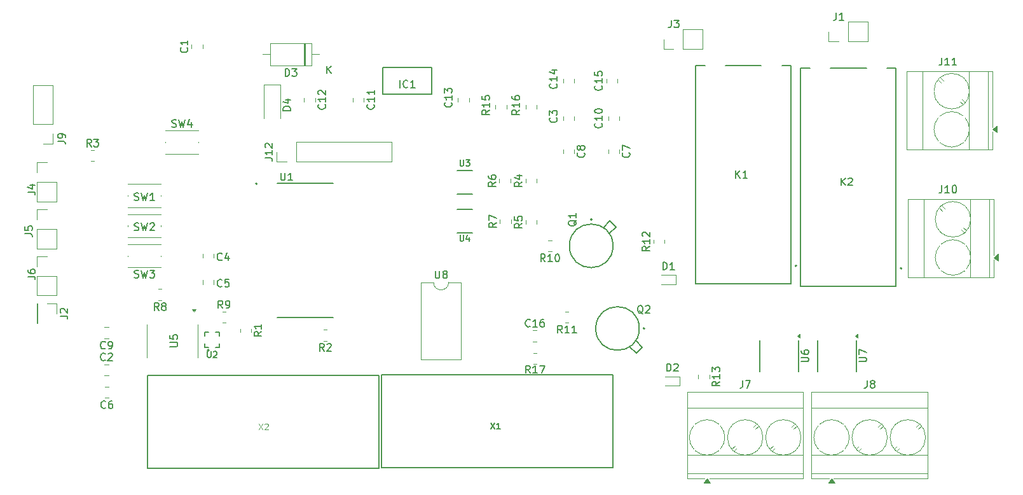
<source format=gbr>
%TF.GenerationSoftware,KiCad,Pcbnew,9.0.0*%
%TF.CreationDate,2025-04-23T22:03:11+02:00*%
%TF.ProjectId,Proyecto_ArgibayManuel_YangAlex,50726f79-6563-4746-9f5f-417267696261,rev?*%
%TF.SameCoordinates,Original*%
%TF.FileFunction,Legend,Top*%
%TF.FilePolarity,Positive*%
%FSLAX46Y46*%
G04 Gerber Fmt 4.6, Leading zero omitted, Abs format (unit mm)*
G04 Created by KiCad (PCBNEW 9.0.0) date 2025-04-23 22:03:11*
%MOMM*%
%LPD*%
G01*
G04 APERTURE LIST*
%ADD10C,0.150000*%
%ADD11C,0.080021*%
%ADD12C,0.120000*%
%ADD13C,0.127000*%
%ADD14C,0.200000*%
%ADD15C,0.152400*%
%ADD16C,0.203200*%
G04 APERTURE END LIST*
D10*
X173359580Y-46692857D02*
X173407200Y-46740476D01*
X173407200Y-46740476D02*
X173454819Y-46883333D01*
X173454819Y-46883333D02*
X173454819Y-46978571D01*
X173454819Y-46978571D02*
X173407200Y-47121428D01*
X173407200Y-47121428D02*
X173311961Y-47216666D01*
X173311961Y-47216666D02*
X173216723Y-47264285D01*
X173216723Y-47264285D02*
X173026247Y-47311904D01*
X173026247Y-47311904D02*
X172883390Y-47311904D01*
X172883390Y-47311904D02*
X172692914Y-47264285D01*
X172692914Y-47264285D02*
X172597676Y-47216666D01*
X172597676Y-47216666D02*
X172502438Y-47121428D01*
X172502438Y-47121428D02*
X172454819Y-46978571D01*
X172454819Y-46978571D02*
X172454819Y-46883333D01*
X172454819Y-46883333D02*
X172502438Y-46740476D01*
X172502438Y-46740476D02*
X172550057Y-46692857D01*
X173454819Y-45740476D02*
X173454819Y-46311904D01*
X173454819Y-46026190D02*
X172454819Y-46026190D01*
X172454819Y-46026190D02*
X172597676Y-46121428D01*
X172597676Y-46121428D02*
X172692914Y-46216666D01*
X172692914Y-46216666D02*
X172740533Y-46311904D01*
X172454819Y-44835714D02*
X172454819Y-45311904D01*
X172454819Y-45311904D02*
X172931009Y-45359523D01*
X172931009Y-45359523D02*
X172883390Y-45311904D01*
X172883390Y-45311904D02*
X172835771Y-45216666D01*
X172835771Y-45216666D02*
X172835771Y-44978571D01*
X172835771Y-44978571D02*
X172883390Y-44883333D01*
X172883390Y-44883333D02*
X172931009Y-44835714D01*
X172931009Y-44835714D02*
X173026247Y-44788095D01*
X173026247Y-44788095D02*
X173264342Y-44788095D01*
X173264342Y-44788095D02*
X173359580Y-44835714D01*
X173359580Y-44835714D02*
X173407200Y-44883333D01*
X173407200Y-44883333D02*
X173454819Y-44978571D01*
X173454819Y-44978571D02*
X173454819Y-45216666D01*
X173454819Y-45216666D02*
X173407200Y-45311904D01*
X173407200Y-45311904D02*
X173359580Y-45359523D01*
X116166667Y-52157200D02*
X116309524Y-52204819D01*
X116309524Y-52204819D02*
X116547619Y-52204819D01*
X116547619Y-52204819D02*
X116642857Y-52157200D01*
X116642857Y-52157200D02*
X116690476Y-52109580D01*
X116690476Y-52109580D02*
X116738095Y-52014342D01*
X116738095Y-52014342D02*
X116738095Y-51919104D01*
X116738095Y-51919104D02*
X116690476Y-51823866D01*
X116690476Y-51823866D02*
X116642857Y-51776247D01*
X116642857Y-51776247D02*
X116547619Y-51728628D01*
X116547619Y-51728628D02*
X116357143Y-51681009D01*
X116357143Y-51681009D02*
X116261905Y-51633390D01*
X116261905Y-51633390D02*
X116214286Y-51585771D01*
X116214286Y-51585771D02*
X116166667Y-51490533D01*
X116166667Y-51490533D02*
X116166667Y-51395295D01*
X116166667Y-51395295D02*
X116214286Y-51300057D01*
X116214286Y-51300057D02*
X116261905Y-51252438D01*
X116261905Y-51252438D02*
X116357143Y-51204819D01*
X116357143Y-51204819D02*
X116595238Y-51204819D01*
X116595238Y-51204819D02*
X116738095Y-51252438D01*
X117071429Y-51204819D02*
X117309524Y-52204819D01*
X117309524Y-52204819D02*
X117500000Y-51490533D01*
X117500000Y-51490533D02*
X117690476Y-52204819D01*
X117690476Y-52204819D02*
X117928572Y-51204819D01*
X118738095Y-51538152D02*
X118738095Y-52204819D01*
X118500000Y-51157200D02*
X118261905Y-51871485D01*
X118261905Y-51871485D02*
X118880952Y-51871485D01*
X114420833Y-76604819D02*
X114087500Y-76128628D01*
X113849405Y-76604819D02*
X113849405Y-75604819D01*
X113849405Y-75604819D02*
X114230357Y-75604819D01*
X114230357Y-75604819D02*
X114325595Y-75652438D01*
X114325595Y-75652438D02*
X114373214Y-75700057D01*
X114373214Y-75700057D02*
X114420833Y-75795295D01*
X114420833Y-75795295D02*
X114420833Y-75938152D01*
X114420833Y-75938152D02*
X114373214Y-76033390D01*
X114373214Y-76033390D02*
X114325595Y-76081009D01*
X114325595Y-76081009D02*
X114230357Y-76128628D01*
X114230357Y-76128628D02*
X113849405Y-76128628D01*
X114992262Y-76033390D02*
X114897024Y-75985771D01*
X114897024Y-75985771D02*
X114849405Y-75938152D01*
X114849405Y-75938152D02*
X114801786Y-75842914D01*
X114801786Y-75842914D02*
X114801786Y-75795295D01*
X114801786Y-75795295D02*
X114849405Y-75700057D01*
X114849405Y-75700057D02*
X114897024Y-75652438D01*
X114897024Y-75652438D02*
X114992262Y-75604819D01*
X114992262Y-75604819D02*
X115182738Y-75604819D01*
X115182738Y-75604819D02*
X115277976Y-75652438D01*
X115277976Y-75652438D02*
X115325595Y-75700057D01*
X115325595Y-75700057D02*
X115373214Y-75795295D01*
X115373214Y-75795295D02*
X115373214Y-75842914D01*
X115373214Y-75842914D02*
X115325595Y-75938152D01*
X115325595Y-75938152D02*
X115277976Y-75985771D01*
X115277976Y-75985771D02*
X115182738Y-76033390D01*
X115182738Y-76033390D02*
X114992262Y-76033390D01*
X114992262Y-76033390D02*
X114897024Y-76081009D01*
X114897024Y-76081009D02*
X114849405Y-76128628D01*
X114849405Y-76128628D02*
X114801786Y-76223866D01*
X114801786Y-76223866D02*
X114801786Y-76414342D01*
X114801786Y-76414342D02*
X114849405Y-76509580D01*
X114849405Y-76509580D02*
X114897024Y-76557200D01*
X114897024Y-76557200D02*
X114992262Y-76604819D01*
X114992262Y-76604819D02*
X115182738Y-76604819D01*
X115182738Y-76604819D02*
X115277976Y-76557200D01*
X115277976Y-76557200D02*
X115325595Y-76509580D01*
X115325595Y-76509580D02*
X115373214Y-76414342D01*
X115373214Y-76414342D02*
X115373214Y-76223866D01*
X115373214Y-76223866D02*
X115325595Y-76128628D01*
X115325595Y-76128628D02*
X115277976Y-76081009D01*
X115277976Y-76081009D02*
X115182738Y-76033390D01*
X178904761Y-77050057D02*
X178809523Y-77002438D01*
X178809523Y-77002438D02*
X178714285Y-76907200D01*
X178714285Y-76907200D02*
X178571428Y-76764342D01*
X178571428Y-76764342D02*
X178476190Y-76716723D01*
X178476190Y-76716723D02*
X178380952Y-76716723D01*
X178428571Y-76954819D02*
X178333333Y-76907200D01*
X178333333Y-76907200D02*
X178238095Y-76811961D01*
X178238095Y-76811961D02*
X178190476Y-76621485D01*
X178190476Y-76621485D02*
X178190476Y-76288152D01*
X178190476Y-76288152D02*
X178238095Y-76097676D01*
X178238095Y-76097676D02*
X178333333Y-76002438D01*
X178333333Y-76002438D02*
X178428571Y-75954819D01*
X178428571Y-75954819D02*
X178619047Y-75954819D01*
X178619047Y-75954819D02*
X178714285Y-76002438D01*
X178714285Y-76002438D02*
X178809523Y-76097676D01*
X178809523Y-76097676D02*
X178857142Y-76288152D01*
X178857142Y-76288152D02*
X178857142Y-76621485D01*
X178857142Y-76621485D02*
X178809523Y-76811961D01*
X178809523Y-76811961D02*
X178714285Y-76907200D01*
X178714285Y-76907200D02*
X178619047Y-76954819D01*
X178619047Y-76954819D02*
X178428571Y-76954819D01*
X179238095Y-76050057D02*
X179285714Y-76002438D01*
X179285714Y-76002438D02*
X179380952Y-75954819D01*
X179380952Y-75954819D02*
X179619047Y-75954819D01*
X179619047Y-75954819D02*
X179714285Y-76002438D01*
X179714285Y-76002438D02*
X179761904Y-76050057D01*
X179761904Y-76050057D02*
X179809523Y-76145295D01*
X179809523Y-76145295D02*
X179809523Y-76240533D01*
X179809523Y-76240533D02*
X179761904Y-76383390D01*
X179761904Y-76383390D02*
X179190476Y-76954819D01*
X179190476Y-76954819D02*
X179809523Y-76954819D01*
X107333333Y-89539580D02*
X107285714Y-89587200D01*
X107285714Y-89587200D02*
X107142857Y-89634819D01*
X107142857Y-89634819D02*
X107047619Y-89634819D01*
X107047619Y-89634819D02*
X106904762Y-89587200D01*
X106904762Y-89587200D02*
X106809524Y-89491961D01*
X106809524Y-89491961D02*
X106761905Y-89396723D01*
X106761905Y-89396723D02*
X106714286Y-89206247D01*
X106714286Y-89206247D02*
X106714286Y-89063390D01*
X106714286Y-89063390D02*
X106761905Y-88872914D01*
X106761905Y-88872914D02*
X106809524Y-88777676D01*
X106809524Y-88777676D02*
X106904762Y-88682438D01*
X106904762Y-88682438D02*
X107047619Y-88634819D01*
X107047619Y-88634819D02*
X107142857Y-88634819D01*
X107142857Y-88634819D02*
X107285714Y-88682438D01*
X107285714Y-88682438D02*
X107333333Y-88730057D01*
X108190476Y-88634819D02*
X108000000Y-88634819D01*
X108000000Y-88634819D02*
X107904762Y-88682438D01*
X107904762Y-88682438D02*
X107857143Y-88730057D01*
X107857143Y-88730057D02*
X107761905Y-88872914D01*
X107761905Y-88872914D02*
X107714286Y-89063390D01*
X107714286Y-89063390D02*
X107714286Y-89444342D01*
X107714286Y-89444342D02*
X107761905Y-89539580D01*
X107761905Y-89539580D02*
X107809524Y-89587200D01*
X107809524Y-89587200D02*
X107904762Y-89634819D01*
X107904762Y-89634819D02*
X108095238Y-89634819D01*
X108095238Y-89634819D02*
X108190476Y-89587200D01*
X108190476Y-89587200D02*
X108238095Y-89539580D01*
X108238095Y-89539580D02*
X108285714Y-89444342D01*
X108285714Y-89444342D02*
X108285714Y-89206247D01*
X108285714Y-89206247D02*
X108238095Y-89111009D01*
X108238095Y-89111009D02*
X108190476Y-89063390D01*
X108190476Y-89063390D02*
X108095238Y-89015771D01*
X108095238Y-89015771D02*
X107904762Y-89015771D01*
X107904762Y-89015771D02*
X107809524Y-89063390D01*
X107809524Y-89063390D02*
X107761905Y-89111009D01*
X107761905Y-89111009D02*
X107714286Y-89206247D01*
X111166667Y-61907200D02*
X111309524Y-61954819D01*
X111309524Y-61954819D02*
X111547619Y-61954819D01*
X111547619Y-61954819D02*
X111642857Y-61907200D01*
X111642857Y-61907200D02*
X111690476Y-61859580D01*
X111690476Y-61859580D02*
X111738095Y-61764342D01*
X111738095Y-61764342D02*
X111738095Y-61669104D01*
X111738095Y-61669104D02*
X111690476Y-61573866D01*
X111690476Y-61573866D02*
X111642857Y-61526247D01*
X111642857Y-61526247D02*
X111547619Y-61478628D01*
X111547619Y-61478628D02*
X111357143Y-61431009D01*
X111357143Y-61431009D02*
X111261905Y-61383390D01*
X111261905Y-61383390D02*
X111214286Y-61335771D01*
X111214286Y-61335771D02*
X111166667Y-61240533D01*
X111166667Y-61240533D02*
X111166667Y-61145295D01*
X111166667Y-61145295D02*
X111214286Y-61050057D01*
X111214286Y-61050057D02*
X111261905Y-61002438D01*
X111261905Y-61002438D02*
X111357143Y-60954819D01*
X111357143Y-60954819D02*
X111595238Y-60954819D01*
X111595238Y-60954819D02*
X111738095Y-61002438D01*
X112071429Y-60954819D02*
X112309524Y-61954819D01*
X112309524Y-61954819D02*
X112500000Y-61240533D01*
X112500000Y-61240533D02*
X112690476Y-61954819D01*
X112690476Y-61954819D02*
X112928572Y-60954819D01*
X113833333Y-61954819D02*
X113261905Y-61954819D01*
X113547619Y-61954819D02*
X113547619Y-60954819D01*
X113547619Y-60954819D02*
X113452381Y-61097676D01*
X113452381Y-61097676D02*
X113357143Y-61192914D01*
X113357143Y-61192914D02*
X113261905Y-61240533D01*
X204626666Y-36954819D02*
X204626666Y-37669104D01*
X204626666Y-37669104D02*
X204579047Y-37811961D01*
X204579047Y-37811961D02*
X204483809Y-37907200D01*
X204483809Y-37907200D02*
X204340952Y-37954819D01*
X204340952Y-37954819D02*
X204245714Y-37954819D01*
X205626666Y-37954819D02*
X205055238Y-37954819D01*
X205340952Y-37954819D02*
X205340952Y-36954819D01*
X205340952Y-36954819D02*
X205245714Y-37097676D01*
X205245714Y-37097676D02*
X205150476Y-37192914D01*
X205150476Y-37192914D02*
X205055238Y-37240533D01*
X163857142Y-84929818D02*
X163523809Y-84453627D01*
X163285714Y-84929818D02*
X163285714Y-83929818D01*
X163285714Y-83929818D02*
X163666666Y-83929818D01*
X163666666Y-83929818D02*
X163761904Y-83977437D01*
X163761904Y-83977437D02*
X163809523Y-84025056D01*
X163809523Y-84025056D02*
X163857142Y-84120294D01*
X163857142Y-84120294D02*
X163857142Y-84263151D01*
X163857142Y-84263151D02*
X163809523Y-84358389D01*
X163809523Y-84358389D02*
X163761904Y-84406008D01*
X163761904Y-84406008D02*
X163666666Y-84453627D01*
X163666666Y-84453627D02*
X163285714Y-84453627D01*
X164809523Y-84929818D02*
X164238095Y-84929818D01*
X164523809Y-84929818D02*
X164523809Y-83929818D01*
X164523809Y-83929818D02*
X164428571Y-84072675D01*
X164428571Y-84072675D02*
X164333333Y-84167913D01*
X164333333Y-84167913D02*
X164238095Y-84215532D01*
X165142857Y-83929818D02*
X165809523Y-83929818D01*
X165809523Y-83929818D02*
X165380952Y-84929818D01*
X96587319Y-66373333D02*
X97301604Y-66373333D01*
X97301604Y-66373333D02*
X97444461Y-66420952D01*
X97444461Y-66420952D02*
X97539700Y-66516190D01*
X97539700Y-66516190D02*
X97587319Y-66659047D01*
X97587319Y-66659047D02*
X97587319Y-66754285D01*
X96587319Y-65420952D02*
X96587319Y-65897142D01*
X96587319Y-65897142D02*
X97063509Y-65944761D01*
X97063509Y-65944761D02*
X97015890Y-65897142D01*
X97015890Y-65897142D02*
X96968271Y-65801904D01*
X96968271Y-65801904D02*
X96968271Y-65563809D01*
X96968271Y-65563809D02*
X97015890Y-65468571D01*
X97015890Y-65468571D02*
X97063509Y-65420952D01*
X97063509Y-65420952D02*
X97158747Y-65373333D01*
X97158747Y-65373333D02*
X97396842Y-65373333D01*
X97396842Y-65373333D02*
X97492080Y-65420952D01*
X97492080Y-65420952D02*
X97539700Y-65468571D01*
X97539700Y-65468571D02*
X97587319Y-65563809D01*
X97587319Y-65563809D02*
X97587319Y-65801904D01*
X97587319Y-65801904D02*
X97539700Y-65897142D01*
X97539700Y-65897142D02*
X97492080Y-65944761D01*
X208746666Y-85934819D02*
X208746666Y-86649104D01*
X208746666Y-86649104D02*
X208699047Y-86791961D01*
X208699047Y-86791961D02*
X208603809Y-86887200D01*
X208603809Y-86887200D02*
X208460952Y-86934819D01*
X208460952Y-86934819D02*
X208365714Y-86934819D01*
X209365714Y-86363390D02*
X209270476Y-86315771D01*
X209270476Y-86315771D02*
X209222857Y-86268152D01*
X209222857Y-86268152D02*
X209175238Y-86172914D01*
X209175238Y-86172914D02*
X209175238Y-86125295D01*
X209175238Y-86125295D02*
X209222857Y-86030057D01*
X209222857Y-86030057D02*
X209270476Y-85982438D01*
X209270476Y-85982438D02*
X209365714Y-85934819D01*
X209365714Y-85934819D02*
X209556190Y-85934819D01*
X209556190Y-85934819D02*
X209651428Y-85982438D01*
X209651428Y-85982438D02*
X209699047Y-86030057D01*
X209699047Y-86030057D02*
X209746666Y-86125295D01*
X209746666Y-86125295D02*
X209746666Y-86172914D01*
X209746666Y-86172914D02*
X209699047Y-86268152D01*
X209699047Y-86268152D02*
X209651428Y-86315771D01*
X209651428Y-86315771D02*
X209556190Y-86363390D01*
X209556190Y-86363390D02*
X209365714Y-86363390D01*
X209365714Y-86363390D02*
X209270476Y-86411009D01*
X209270476Y-86411009D02*
X209222857Y-86458628D01*
X209222857Y-86458628D02*
X209175238Y-86553866D01*
X209175238Y-86553866D02*
X209175238Y-86744342D01*
X209175238Y-86744342D02*
X209222857Y-86839580D01*
X209222857Y-86839580D02*
X209270476Y-86887200D01*
X209270476Y-86887200D02*
X209365714Y-86934819D01*
X209365714Y-86934819D02*
X209556190Y-86934819D01*
X209556190Y-86934819D02*
X209651428Y-86887200D01*
X209651428Y-86887200D02*
X209699047Y-86839580D01*
X209699047Y-86839580D02*
X209746666Y-86744342D01*
X209746666Y-86744342D02*
X209746666Y-86553866D01*
X209746666Y-86553866D02*
X209699047Y-86458628D01*
X209699047Y-86458628D02*
X209651428Y-86411009D01*
X209651428Y-86411009D02*
X209556190Y-86363390D01*
X192166666Y-85934819D02*
X192166666Y-86649104D01*
X192166666Y-86649104D02*
X192119047Y-86791961D01*
X192119047Y-86791961D02*
X192023809Y-86887200D01*
X192023809Y-86887200D02*
X191880952Y-86934819D01*
X191880952Y-86934819D02*
X191785714Y-86934819D01*
X192547619Y-85934819D02*
X193214285Y-85934819D01*
X193214285Y-85934819D02*
X192785714Y-86934819D01*
X159304819Y-59506666D02*
X158828628Y-59839999D01*
X159304819Y-60078094D02*
X158304819Y-60078094D01*
X158304819Y-60078094D02*
X158304819Y-59697142D01*
X158304819Y-59697142D02*
X158352438Y-59601904D01*
X158352438Y-59601904D02*
X158400057Y-59554285D01*
X158400057Y-59554285D02*
X158495295Y-59506666D01*
X158495295Y-59506666D02*
X158638152Y-59506666D01*
X158638152Y-59506666D02*
X158733390Y-59554285D01*
X158733390Y-59554285D02*
X158781009Y-59601904D01*
X158781009Y-59601904D02*
X158828628Y-59697142D01*
X158828628Y-59697142D02*
X158828628Y-60078094D01*
X158304819Y-58649523D02*
X158304819Y-58839999D01*
X158304819Y-58839999D02*
X158352438Y-58935237D01*
X158352438Y-58935237D02*
X158400057Y-58982856D01*
X158400057Y-58982856D02*
X158542914Y-59078094D01*
X158542914Y-59078094D02*
X158733390Y-59125713D01*
X158733390Y-59125713D02*
X159114342Y-59125713D01*
X159114342Y-59125713D02*
X159209580Y-59078094D01*
X159209580Y-59078094D02*
X159257200Y-59030475D01*
X159257200Y-59030475D02*
X159304819Y-58935237D01*
X159304819Y-58935237D02*
X159304819Y-58744761D01*
X159304819Y-58744761D02*
X159257200Y-58649523D01*
X159257200Y-58649523D02*
X159209580Y-58601904D01*
X159209580Y-58601904D02*
X159114342Y-58554285D01*
X159114342Y-58554285D02*
X158876247Y-58554285D01*
X158876247Y-58554285D02*
X158781009Y-58601904D01*
X158781009Y-58601904D02*
X158733390Y-58649523D01*
X158733390Y-58649523D02*
X158685771Y-58744761D01*
X158685771Y-58744761D02*
X158685771Y-58935237D01*
X158685771Y-58935237D02*
X158733390Y-59030475D01*
X158733390Y-59030475D02*
X158781009Y-59078094D01*
X158781009Y-59078094D02*
X158876247Y-59125713D01*
X154540476Y-66562295D02*
X154540476Y-67209914D01*
X154540476Y-67209914D02*
X154578571Y-67286104D01*
X154578571Y-67286104D02*
X154616666Y-67324200D01*
X154616666Y-67324200D02*
X154692857Y-67362295D01*
X154692857Y-67362295D02*
X154845238Y-67362295D01*
X154845238Y-67362295D02*
X154921428Y-67324200D01*
X154921428Y-67324200D02*
X154959523Y-67286104D01*
X154959523Y-67286104D02*
X154997619Y-67209914D01*
X154997619Y-67209914D02*
X154997619Y-66562295D01*
X155721428Y-66828961D02*
X155721428Y-67362295D01*
X155530952Y-66524200D02*
X155340475Y-67095628D01*
X155340475Y-67095628D02*
X155835714Y-67095628D01*
X131261905Y-45424819D02*
X131261905Y-44424819D01*
X131261905Y-44424819D02*
X131500000Y-44424819D01*
X131500000Y-44424819D02*
X131642857Y-44472438D01*
X131642857Y-44472438D02*
X131738095Y-44567676D01*
X131738095Y-44567676D02*
X131785714Y-44662914D01*
X131785714Y-44662914D02*
X131833333Y-44853390D01*
X131833333Y-44853390D02*
X131833333Y-44996247D01*
X131833333Y-44996247D02*
X131785714Y-45186723D01*
X131785714Y-45186723D02*
X131738095Y-45281961D01*
X131738095Y-45281961D02*
X131642857Y-45377200D01*
X131642857Y-45377200D02*
X131500000Y-45424819D01*
X131500000Y-45424819D02*
X131261905Y-45424819D01*
X132166667Y-44424819D02*
X132785714Y-44424819D01*
X132785714Y-44424819D02*
X132452381Y-44805771D01*
X132452381Y-44805771D02*
X132595238Y-44805771D01*
X132595238Y-44805771D02*
X132690476Y-44853390D01*
X132690476Y-44853390D02*
X132738095Y-44901009D01*
X132738095Y-44901009D02*
X132785714Y-44996247D01*
X132785714Y-44996247D02*
X132785714Y-45234342D01*
X132785714Y-45234342D02*
X132738095Y-45329580D01*
X132738095Y-45329580D02*
X132690476Y-45377200D01*
X132690476Y-45377200D02*
X132595238Y-45424819D01*
X132595238Y-45424819D02*
X132309524Y-45424819D01*
X132309524Y-45424819D02*
X132214286Y-45377200D01*
X132214286Y-45377200D02*
X132166667Y-45329580D01*
X136818095Y-45054819D02*
X136818095Y-44054819D01*
X137389523Y-45054819D02*
X136960952Y-44483390D01*
X137389523Y-44054819D02*
X136818095Y-44626247D01*
X170050057Y-64595238D02*
X170002438Y-64690476D01*
X170002438Y-64690476D02*
X169907200Y-64785714D01*
X169907200Y-64785714D02*
X169764342Y-64928571D01*
X169764342Y-64928571D02*
X169716723Y-65023809D01*
X169716723Y-65023809D02*
X169716723Y-65119047D01*
X169954819Y-65071428D02*
X169907200Y-65166666D01*
X169907200Y-65166666D02*
X169811961Y-65261904D01*
X169811961Y-65261904D02*
X169621485Y-65309523D01*
X169621485Y-65309523D02*
X169288152Y-65309523D01*
X169288152Y-65309523D02*
X169097676Y-65261904D01*
X169097676Y-65261904D02*
X169002438Y-65166666D01*
X169002438Y-65166666D02*
X168954819Y-65071428D01*
X168954819Y-65071428D02*
X168954819Y-64880952D01*
X168954819Y-64880952D02*
X169002438Y-64785714D01*
X169002438Y-64785714D02*
X169097676Y-64690476D01*
X169097676Y-64690476D02*
X169288152Y-64642857D01*
X169288152Y-64642857D02*
X169621485Y-64642857D01*
X169621485Y-64642857D02*
X169811961Y-64690476D01*
X169811961Y-64690476D02*
X169907200Y-64785714D01*
X169907200Y-64785714D02*
X169954819Y-64880952D01*
X169954819Y-64880952D02*
X169954819Y-65071428D01*
X169954819Y-63690476D02*
X169954819Y-64261904D01*
X169954819Y-63976190D02*
X168954819Y-63976190D01*
X168954819Y-63976190D02*
X169097676Y-64071428D01*
X169097676Y-64071428D02*
X169192914Y-64166666D01*
X169192914Y-64166666D02*
X169240533Y-64261904D01*
X96954819Y-72098333D02*
X97669104Y-72098333D01*
X97669104Y-72098333D02*
X97811961Y-72145952D01*
X97811961Y-72145952D02*
X97907200Y-72241190D01*
X97907200Y-72241190D02*
X97954819Y-72384047D01*
X97954819Y-72384047D02*
X97954819Y-72479285D01*
X96954819Y-71193571D02*
X96954819Y-71384047D01*
X96954819Y-71384047D02*
X97002438Y-71479285D01*
X97002438Y-71479285D02*
X97050057Y-71526904D01*
X97050057Y-71526904D02*
X97192914Y-71622142D01*
X97192914Y-71622142D02*
X97383390Y-71669761D01*
X97383390Y-71669761D02*
X97764342Y-71669761D01*
X97764342Y-71669761D02*
X97859580Y-71622142D01*
X97859580Y-71622142D02*
X97907200Y-71574523D01*
X97907200Y-71574523D02*
X97954819Y-71479285D01*
X97954819Y-71479285D02*
X97954819Y-71288809D01*
X97954819Y-71288809D02*
X97907200Y-71193571D01*
X97907200Y-71193571D02*
X97859580Y-71145952D01*
X97859580Y-71145952D02*
X97764342Y-71098333D01*
X97764342Y-71098333D02*
X97526247Y-71098333D01*
X97526247Y-71098333D02*
X97431009Y-71145952D01*
X97431009Y-71145952D02*
X97383390Y-71193571D01*
X97383390Y-71193571D02*
X97335771Y-71288809D01*
X97335771Y-71288809D02*
X97335771Y-71479285D01*
X97335771Y-71479285D02*
X97383390Y-71574523D01*
X97383390Y-71574523D02*
X97431009Y-71622142D01*
X97431009Y-71622142D02*
X97526247Y-71669761D01*
X111166667Y-72197200D02*
X111309524Y-72244819D01*
X111309524Y-72244819D02*
X111547619Y-72244819D01*
X111547619Y-72244819D02*
X111642857Y-72197200D01*
X111642857Y-72197200D02*
X111690476Y-72149580D01*
X111690476Y-72149580D02*
X111738095Y-72054342D01*
X111738095Y-72054342D02*
X111738095Y-71959104D01*
X111738095Y-71959104D02*
X111690476Y-71863866D01*
X111690476Y-71863866D02*
X111642857Y-71816247D01*
X111642857Y-71816247D02*
X111547619Y-71768628D01*
X111547619Y-71768628D02*
X111357143Y-71721009D01*
X111357143Y-71721009D02*
X111261905Y-71673390D01*
X111261905Y-71673390D02*
X111214286Y-71625771D01*
X111214286Y-71625771D02*
X111166667Y-71530533D01*
X111166667Y-71530533D02*
X111166667Y-71435295D01*
X111166667Y-71435295D02*
X111214286Y-71340057D01*
X111214286Y-71340057D02*
X111261905Y-71292438D01*
X111261905Y-71292438D02*
X111357143Y-71244819D01*
X111357143Y-71244819D02*
X111595238Y-71244819D01*
X111595238Y-71244819D02*
X111738095Y-71292438D01*
X112071429Y-71244819D02*
X112309524Y-72244819D01*
X112309524Y-72244819D02*
X112500000Y-71530533D01*
X112500000Y-71530533D02*
X112690476Y-72244819D01*
X112690476Y-72244819D02*
X112928572Y-71244819D01*
X113214286Y-71244819D02*
X113833333Y-71244819D01*
X113833333Y-71244819D02*
X113500000Y-71625771D01*
X113500000Y-71625771D02*
X113642857Y-71625771D01*
X113642857Y-71625771D02*
X113738095Y-71673390D01*
X113738095Y-71673390D02*
X113785714Y-71721009D01*
X113785714Y-71721009D02*
X113833333Y-71816247D01*
X113833333Y-71816247D02*
X113833333Y-72054342D01*
X113833333Y-72054342D02*
X113785714Y-72149580D01*
X113785714Y-72149580D02*
X113738095Y-72197200D01*
X113738095Y-72197200D02*
X113642857Y-72244819D01*
X113642857Y-72244819D02*
X113357143Y-72244819D01*
X113357143Y-72244819D02*
X113261905Y-72197200D01*
X113261905Y-72197200D02*
X113214286Y-72149580D01*
X181541905Y-71184819D02*
X181541905Y-70184819D01*
X181541905Y-70184819D02*
X181780000Y-70184819D01*
X181780000Y-70184819D02*
X181922857Y-70232438D01*
X181922857Y-70232438D02*
X182018095Y-70327676D01*
X182018095Y-70327676D02*
X182065714Y-70422914D01*
X182065714Y-70422914D02*
X182113333Y-70613390D01*
X182113333Y-70613390D02*
X182113333Y-70756247D01*
X182113333Y-70756247D02*
X182065714Y-70946723D01*
X182065714Y-70946723D02*
X182018095Y-71041961D01*
X182018095Y-71041961D02*
X181922857Y-71137200D01*
X181922857Y-71137200D02*
X181780000Y-71184819D01*
X181780000Y-71184819D02*
X181541905Y-71184819D01*
X183065714Y-71184819D02*
X182494286Y-71184819D01*
X182780000Y-71184819D02*
X182780000Y-70184819D01*
X182780000Y-70184819D02*
X182684762Y-70327676D01*
X182684762Y-70327676D02*
X182589524Y-70422914D01*
X182589524Y-70422914D02*
X182494286Y-70470533D01*
X130658095Y-58287819D02*
X130658095Y-59097342D01*
X130658095Y-59097342D02*
X130705714Y-59192580D01*
X130705714Y-59192580D02*
X130753333Y-59240200D01*
X130753333Y-59240200D02*
X130848571Y-59287819D01*
X130848571Y-59287819D02*
X131039047Y-59287819D01*
X131039047Y-59287819D02*
X131134285Y-59240200D01*
X131134285Y-59240200D02*
X131181904Y-59192580D01*
X131181904Y-59192580D02*
X131229523Y-59097342D01*
X131229523Y-59097342D02*
X131229523Y-58287819D01*
X132229523Y-59287819D02*
X131658095Y-59287819D01*
X131943809Y-59287819D02*
X131943809Y-58287819D01*
X131943809Y-58287819D02*
X131848571Y-58430676D01*
X131848571Y-58430676D02*
X131753333Y-58525914D01*
X131753333Y-58525914D02*
X131658095Y-58573533D01*
X162804819Y-59506666D02*
X162328628Y-59839999D01*
X162804819Y-60078094D02*
X161804819Y-60078094D01*
X161804819Y-60078094D02*
X161804819Y-59697142D01*
X161804819Y-59697142D02*
X161852438Y-59601904D01*
X161852438Y-59601904D02*
X161900057Y-59554285D01*
X161900057Y-59554285D02*
X161995295Y-59506666D01*
X161995295Y-59506666D02*
X162138152Y-59506666D01*
X162138152Y-59506666D02*
X162233390Y-59554285D01*
X162233390Y-59554285D02*
X162281009Y-59601904D01*
X162281009Y-59601904D02*
X162328628Y-59697142D01*
X162328628Y-59697142D02*
X162328628Y-60078094D01*
X162138152Y-58649523D02*
X162804819Y-58649523D01*
X161757200Y-58887618D02*
X162471485Y-59125713D01*
X162471485Y-59125713D02*
X162471485Y-58506666D01*
X179804819Y-68055357D02*
X179328628Y-68388690D01*
X179804819Y-68626785D02*
X178804819Y-68626785D01*
X178804819Y-68626785D02*
X178804819Y-68245833D01*
X178804819Y-68245833D02*
X178852438Y-68150595D01*
X178852438Y-68150595D02*
X178900057Y-68102976D01*
X178900057Y-68102976D02*
X178995295Y-68055357D01*
X178995295Y-68055357D02*
X179138152Y-68055357D01*
X179138152Y-68055357D02*
X179233390Y-68102976D01*
X179233390Y-68102976D02*
X179281009Y-68150595D01*
X179281009Y-68150595D02*
X179328628Y-68245833D01*
X179328628Y-68245833D02*
X179328628Y-68626785D01*
X179804819Y-67102976D02*
X179804819Y-67674404D01*
X179804819Y-67388690D02*
X178804819Y-67388690D01*
X178804819Y-67388690D02*
X178947676Y-67483928D01*
X178947676Y-67483928D02*
X179042914Y-67579166D01*
X179042914Y-67579166D02*
X179090533Y-67674404D01*
X178900057Y-66722023D02*
X178852438Y-66674404D01*
X178852438Y-66674404D02*
X178804819Y-66579166D01*
X178804819Y-66579166D02*
X178804819Y-66341071D01*
X178804819Y-66341071D02*
X178852438Y-66245833D01*
X178852438Y-66245833D02*
X178900057Y-66198214D01*
X178900057Y-66198214D02*
X178995295Y-66150595D01*
X178995295Y-66150595D02*
X179090533Y-66150595D01*
X179090533Y-66150595D02*
X179233390Y-66198214D01*
X179233390Y-66198214D02*
X179804819Y-66769642D01*
X179804819Y-66769642D02*
X179804819Y-66150595D01*
X120890476Y-82062295D02*
X120890476Y-82709914D01*
X120890476Y-82709914D02*
X120928571Y-82786104D01*
X120928571Y-82786104D02*
X120966666Y-82824200D01*
X120966666Y-82824200D02*
X121042857Y-82862295D01*
X121042857Y-82862295D02*
X121195238Y-82862295D01*
X121195238Y-82862295D02*
X121271428Y-82824200D01*
X121271428Y-82824200D02*
X121309523Y-82786104D01*
X121309523Y-82786104D02*
X121347619Y-82709914D01*
X121347619Y-82709914D02*
X121347619Y-82062295D01*
X121690475Y-82138485D02*
X121728571Y-82100390D01*
X121728571Y-82100390D02*
X121804761Y-82062295D01*
X121804761Y-82062295D02*
X121995237Y-82062295D01*
X121995237Y-82062295D02*
X122071428Y-82100390D01*
X122071428Y-82100390D02*
X122109523Y-82138485D01*
X122109523Y-82138485D02*
X122147618Y-82214676D01*
X122147618Y-82214676D02*
X122147618Y-82290866D01*
X122147618Y-82290866D02*
X122109523Y-82405152D01*
X122109523Y-82405152D02*
X121652380Y-82862295D01*
X121652380Y-82862295D02*
X122147618Y-82862295D01*
X162454819Y-49915793D02*
X161978628Y-50249126D01*
X162454819Y-50487221D02*
X161454819Y-50487221D01*
X161454819Y-50487221D02*
X161454819Y-50106269D01*
X161454819Y-50106269D02*
X161502438Y-50011031D01*
X161502438Y-50011031D02*
X161550057Y-49963412D01*
X161550057Y-49963412D02*
X161645295Y-49915793D01*
X161645295Y-49915793D02*
X161788152Y-49915793D01*
X161788152Y-49915793D02*
X161883390Y-49963412D01*
X161883390Y-49963412D02*
X161931009Y-50011031D01*
X161931009Y-50011031D02*
X161978628Y-50106269D01*
X161978628Y-50106269D02*
X161978628Y-50487221D01*
X162454819Y-48963412D02*
X162454819Y-49534840D01*
X162454819Y-49249126D02*
X161454819Y-49249126D01*
X161454819Y-49249126D02*
X161597676Y-49344364D01*
X161597676Y-49344364D02*
X161692914Y-49439602D01*
X161692914Y-49439602D02*
X161740533Y-49534840D01*
X161454819Y-48106269D02*
X161454819Y-48296745D01*
X161454819Y-48296745D02*
X161502438Y-48391983D01*
X161502438Y-48391983D02*
X161550057Y-48439602D01*
X161550057Y-48439602D02*
X161692914Y-48534840D01*
X161692914Y-48534840D02*
X161883390Y-48582459D01*
X161883390Y-48582459D02*
X162264342Y-48582459D01*
X162264342Y-48582459D02*
X162359580Y-48534840D01*
X162359580Y-48534840D02*
X162407200Y-48487221D01*
X162407200Y-48487221D02*
X162454819Y-48391983D01*
X162454819Y-48391983D02*
X162454819Y-48201507D01*
X162454819Y-48201507D02*
X162407200Y-48106269D01*
X162407200Y-48106269D02*
X162359580Y-48058650D01*
X162359580Y-48058650D02*
X162264342Y-48011031D01*
X162264342Y-48011031D02*
X162026247Y-48011031D01*
X162026247Y-48011031D02*
X161931009Y-48058650D01*
X161931009Y-48058650D02*
X161883390Y-48106269D01*
X161883390Y-48106269D02*
X161835771Y-48201507D01*
X161835771Y-48201507D02*
X161835771Y-48391983D01*
X161835771Y-48391983D02*
X161883390Y-48487221D01*
X161883390Y-48487221D02*
X161931009Y-48534840D01*
X161931009Y-48534840D02*
X162026247Y-48582459D01*
X107283333Y-81619580D02*
X107235714Y-81667200D01*
X107235714Y-81667200D02*
X107092857Y-81714819D01*
X107092857Y-81714819D02*
X106997619Y-81714819D01*
X106997619Y-81714819D02*
X106854762Y-81667200D01*
X106854762Y-81667200D02*
X106759524Y-81571961D01*
X106759524Y-81571961D02*
X106711905Y-81476723D01*
X106711905Y-81476723D02*
X106664286Y-81286247D01*
X106664286Y-81286247D02*
X106664286Y-81143390D01*
X106664286Y-81143390D02*
X106711905Y-80952914D01*
X106711905Y-80952914D02*
X106759524Y-80857676D01*
X106759524Y-80857676D02*
X106854762Y-80762438D01*
X106854762Y-80762438D02*
X106997619Y-80714819D01*
X106997619Y-80714819D02*
X107092857Y-80714819D01*
X107092857Y-80714819D02*
X107235714Y-80762438D01*
X107235714Y-80762438D02*
X107283333Y-80810057D01*
X107759524Y-81714819D02*
X107950000Y-81714819D01*
X107950000Y-81714819D02*
X108045238Y-81667200D01*
X108045238Y-81667200D02*
X108092857Y-81619580D01*
X108092857Y-81619580D02*
X108188095Y-81476723D01*
X108188095Y-81476723D02*
X108235714Y-81286247D01*
X108235714Y-81286247D02*
X108235714Y-80905295D01*
X108235714Y-80905295D02*
X108188095Y-80810057D01*
X108188095Y-80810057D02*
X108140476Y-80762438D01*
X108140476Y-80762438D02*
X108045238Y-80714819D01*
X108045238Y-80714819D02*
X107854762Y-80714819D01*
X107854762Y-80714819D02*
X107759524Y-80762438D01*
X107759524Y-80762438D02*
X107711905Y-80810057D01*
X107711905Y-80810057D02*
X107664286Y-80905295D01*
X107664286Y-80905295D02*
X107664286Y-81143390D01*
X107664286Y-81143390D02*
X107711905Y-81238628D01*
X107711905Y-81238628D02*
X107759524Y-81286247D01*
X107759524Y-81286247D02*
X107854762Y-81333866D01*
X107854762Y-81333866D02*
X108045238Y-81333866D01*
X108045238Y-81333866D02*
X108140476Y-81286247D01*
X108140476Y-81286247D02*
X108188095Y-81238628D01*
X108188095Y-81238628D02*
X108235714Y-81143390D01*
X146523087Y-46955162D02*
X146523087Y-45954422D01*
X147571481Y-46859853D02*
X147523827Y-46907508D01*
X147523827Y-46907508D02*
X147380864Y-46955162D01*
X147380864Y-46955162D02*
X147285556Y-46955162D01*
X147285556Y-46955162D02*
X147142593Y-46907508D01*
X147142593Y-46907508D02*
X147047284Y-46812199D01*
X147047284Y-46812199D02*
X146999630Y-46716890D01*
X146999630Y-46716890D02*
X146951976Y-46526273D01*
X146951976Y-46526273D02*
X146951976Y-46383310D01*
X146951976Y-46383310D02*
X146999630Y-46192693D01*
X146999630Y-46192693D02*
X147047284Y-46097385D01*
X147047284Y-46097385D02*
X147142593Y-46002076D01*
X147142593Y-46002076D02*
X147285556Y-45954422D01*
X147285556Y-45954422D02*
X147380864Y-45954422D01*
X147380864Y-45954422D02*
X147523827Y-46002076D01*
X147523827Y-46002076D02*
X147571481Y-46049730D01*
X148524567Y-46955162D02*
X147952716Y-46955162D01*
X148238641Y-46955162D02*
X148238641Y-45954422D01*
X148238641Y-45954422D02*
X148143333Y-46097385D01*
X148143333Y-46097385D02*
X148048024Y-46192693D01*
X148048024Y-46192693D02*
X147952716Y-46240348D01*
X168127142Y-79604819D02*
X167793809Y-79128628D01*
X167555714Y-79604819D02*
X167555714Y-78604819D01*
X167555714Y-78604819D02*
X167936666Y-78604819D01*
X167936666Y-78604819D02*
X168031904Y-78652438D01*
X168031904Y-78652438D02*
X168079523Y-78700057D01*
X168079523Y-78700057D02*
X168127142Y-78795295D01*
X168127142Y-78795295D02*
X168127142Y-78938152D01*
X168127142Y-78938152D02*
X168079523Y-79033390D01*
X168079523Y-79033390D02*
X168031904Y-79081009D01*
X168031904Y-79081009D02*
X167936666Y-79128628D01*
X167936666Y-79128628D02*
X167555714Y-79128628D01*
X169079523Y-79604819D02*
X168508095Y-79604819D01*
X168793809Y-79604819D02*
X168793809Y-78604819D01*
X168793809Y-78604819D02*
X168698571Y-78747676D01*
X168698571Y-78747676D02*
X168603333Y-78842914D01*
X168603333Y-78842914D02*
X168508095Y-78890533D01*
X170031904Y-79604819D02*
X169460476Y-79604819D01*
X169746190Y-79604819D02*
X169746190Y-78604819D01*
X169746190Y-78604819D02*
X169650952Y-78747676D01*
X169650952Y-78747676D02*
X169555714Y-78842914D01*
X169555714Y-78842914D02*
X169460476Y-78890533D01*
X199954819Y-83411904D02*
X200764342Y-83411904D01*
X200764342Y-83411904D02*
X200859580Y-83364285D01*
X200859580Y-83364285D02*
X200907200Y-83316666D01*
X200907200Y-83316666D02*
X200954819Y-83221428D01*
X200954819Y-83221428D02*
X200954819Y-83030952D01*
X200954819Y-83030952D02*
X200907200Y-82935714D01*
X200907200Y-82935714D02*
X200859580Y-82888095D01*
X200859580Y-82888095D02*
X200764342Y-82840476D01*
X200764342Y-82840476D02*
X199954819Y-82840476D01*
X199954819Y-81935714D02*
X199954819Y-82126190D01*
X199954819Y-82126190D02*
X200002438Y-82221428D01*
X200002438Y-82221428D02*
X200050057Y-82269047D01*
X200050057Y-82269047D02*
X200192914Y-82364285D01*
X200192914Y-82364285D02*
X200383390Y-82411904D01*
X200383390Y-82411904D02*
X200764342Y-82411904D01*
X200764342Y-82411904D02*
X200859580Y-82364285D01*
X200859580Y-82364285D02*
X200907200Y-82316666D01*
X200907200Y-82316666D02*
X200954819Y-82221428D01*
X200954819Y-82221428D02*
X200954819Y-82030952D01*
X200954819Y-82030952D02*
X200907200Y-81935714D01*
X200907200Y-81935714D02*
X200859580Y-81888095D01*
X200859580Y-81888095D02*
X200764342Y-81840476D01*
X200764342Y-81840476D02*
X200526247Y-81840476D01*
X200526247Y-81840476D02*
X200431009Y-81888095D01*
X200431009Y-81888095D02*
X200383390Y-81935714D01*
X200383390Y-81935714D02*
X200335771Y-82030952D01*
X200335771Y-82030952D02*
X200335771Y-82221428D01*
X200335771Y-82221428D02*
X200383390Y-82316666D01*
X200383390Y-82316666D02*
X200431009Y-82364285D01*
X200431009Y-82364285D02*
X200526247Y-82411904D01*
X100954819Y-54073333D02*
X101669104Y-54073333D01*
X101669104Y-54073333D02*
X101811961Y-54120952D01*
X101811961Y-54120952D02*
X101907200Y-54216190D01*
X101907200Y-54216190D02*
X101954819Y-54359047D01*
X101954819Y-54359047D02*
X101954819Y-54454285D01*
X101954819Y-53549523D02*
X101954819Y-53359047D01*
X101954819Y-53359047D02*
X101907200Y-53263809D01*
X101907200Y-53263809D02*
X101859580Y-53216190D01*
X101859580Y-53216190D02*
X101716723Y-53120952D01*
X101716723Y-53120952D02*
X101526247Y-53073333D01*
X101526247Y-53073333D02*
X101145295Y-53073333D01*
X101145295Y-53073333D02*
X101050057Y-53120952D01*
X101050057Y-53120952D02*
X101002438Y-53168571D01*
X101002438Y-53168571D02*
X100954819Y-53263809D01*
X100954819Y-53263809D02*
X100954819Y-53454285D01*
X100954819Y-53454285D02*
X101002438Y-53549523D01*
X101002438Y-53549523D02*
X101050057Y-53597142D01*
X101050057Y-53597142D02*
X101145295Y-53644761D01*
X101145295Y-53644761D02*
X101383390Y-53644761D01*
X101383390Y-53644761D02*
X101478628Y-53597142D01*
X101478628Y-53597142D02*
X101526247Y-53549523D01*
X101526247Y-53549523D02*
X101573866Y-53454285D01*
X101573866Y-53454285D02*
X101573866Y-53263809D01*
X101573866Y-53263809D02*
X101526247Y-53168571D01*
X101526247Y-53168571D02*
X101478628Y-53120952D01*
X101478628Y-53120952D02*
X101383390Y-53073333D01*
X165857142Y-70104819D02*
X165523809Y-69628628D01*
X165285714Y-70104819D02*
X165285714Y-69104819D01*
X165285714Y-69104819D02*
X165666666Y-69104819D01*
X165666666Y-69104819D02*
X165761904Y-69152438D01*
X165761904Y-69152438D02*
X165809523Y-69200057D01*
X165809523Y-69200057D02*
X165857142Y-69295295D01*
X165857142Y-69295295D02*
X165857142Y-69438152D01*
X165857142Y-69438152D02*
X165809523Y-69533390D01*
X165809523Y-69533390D02*
X165761904Y-69581009D01*
X165761904Y-69581009D02*
X165666666Y-69628628D01*
X165666666Y-69628628D02*
X165285714Y-69628628D01*
X166809523Y-70104819D02*
X166238095Y-70104819D01*
X166523809Y-70104819D02*
X166523809Y-69104819D01*
X166523809Y-69104819D02*
X166428571Y-69247676D01*
X166428571Y-69247676D02*
X166333333Y-69342914D01*
X166333333Y-69342914D02*
X166238095Y-69390533D01*
X167428571Y-69104819D02*
X167523809Y-69104819D01*
X167523809Y-69104819D02*
X167619047Y-69152438D01*
X167619047Y-69152438D02*
X167666666Y-69200057D01*
X167666666Y-69200057D02*
X167714285Y-69295295D01*
X167714285Y-69295295D02*
X167761904Y-69485771D01*
X167761904Y-69485771D02*
X167761904Y-69723866D01*
X167761904Y-69723866D02*
X167714285Y-69914342D01*
X167714285Y-69914342D02*
X167666666Y-70009580D01*
X167666666Y-70009580D02*
X167619047Y-70057200D01*
X167619047Y-70057200D02*
X167523809Y-70104819D01*
X167523809Y-70104819D02*
X167428571Y-70104819D01*
X167428571Y-70104819D02*
X167333333Y-70057200D01*
X167333333Y-70057200D02*
X167285714Y-70009580D01*
X167285714Y-70009580D02*
X167238095Y-69914342D01*
X167238095Y-69914342D02*
X167190476Y-69723866D01*
X167190476Y-69723866D02*
X167190476Y-69485771D01*
X167190476Y-69485771D02*
X167238095Y-69295295D01*
X167238095Y-69295295D02*
X167285714Y-69200057D01*
X167285714Y-69200057D02*
X167333333Y-69152438D01*
X167333333Y-69152438D02*
X167428571Y-69104819D01*
X158631321Y-91562295D02*
X159164655Y-92362295D01*
X159164655Y-91562295D02*
X158631321Y-92362295D01*
X159888464Y-92362295D02*
X159431321Y-92362295D01*
X159659893Y-92362295D02*
X159659893Y-91562295D01*
X159659893Y-91562295D02*
X159583702Y-91676580D01*
X159583702Y-91676580D02*
X159507512Y-91752771D01*
X159507512Y-91752771D02*
X159431321Y-91790866D01*
X207654819Y-83411904D02*
X208464342Y-83411904D01*
X208464342Y-83411904D02*
X208559580Y-83364285D01*
X208559580Y-83364285D02*
X208607200Y-83316666D01*
X208607200Y-83316666D02*
X208654819Y-83221428D01*
X208654819Y-83221428D02*
X208654819Y-83030952D01*
X208654819Y-83030952D02*
X208607200Y-82935714D01*
X208607200Y-82935714D02*
X208559580Y-82888095D01*
X208559580Y-82888095D02*
X208464342Y-82840476D01*
X208464342Y-82840476D02*
X207654819Y-82840476D01*
X207654819Y-82459523D02*
X207654819Y-81792857D01*
X207654819Y-81792857D02*
X208654819Y-82221428D01*
X167359580Y-46431605D02*
X167407200Y-46479224D01*
X167407200Y-46479224D02*
X167454819Y-46622081D01*
X167454819Y-46622081D02*
X167454819Y-46717319D01*
X167454819Y-46717319D02*
X167407200Y-46860176D01*
X167407200Y-46860176D02*
X167311961Y-46955414D01*
X167311961Y-46955414D02*
X167216723Y-47003033D01*
X167216723Y-47003033D02*
X167026247Y-47050652D01*
X167026247Y-47050652D02*
X166883390Y-47050652D01*
X166883390Y-47050652D02*
X166692914Y-47003033D01*
X166692914Y-47003033D02*
X166597676Y-46955414D01*
X166597676Y-46955414D02*
X166502438Y-46860176D01*
X166502438Y-46860176D02*
X166454819Y-46717319D01*
X166454819Y-46717319D02*
X166454819Y-46622081D01*
X166454819Y-46622081D02*
X166502438Y-46479224D01*
X166502438Y-46479224D02*
X166550057Y-46431605D01*
X167454819Y-45479224D02*
X167454819Y-46050652D01*
X167454819Y-45764938D02*
X166454819Y-45764938D01*
X166454819Y-45764938D02*
X166597676Y-45860176D01*
X166597676Y-45860176D02*
X166692914Y-45955414D01*
X166692914Y-45955414D02*
X166740533Y-46050652D01*
X166788152Y-44622081D02*
X167454819Y-44622081D01*
X166407200Y-44860176D02*
X167121485Y-45098271D01*
X167121485Y-45098271D02*
X167121485Y-44479224D01*
X128544819Y-56309523D02*
X129259104Y-56309523D01*
X129259104Y-56309523D02*
X129401961Y-56357142D01*
X129401961Y-56357142D02*
X129497200Y-56452380D01*
X129497200Y-56452380D02*
X129544819Y-56595237D01*
X129544819Y-56595237D02*
X129544819Y-56690475D01*
X129544819Y-55309523D02*
X129544819Y-55880951D01*
X129544819Y-55595237D02*
X128544819Y-55595237D01*
X128544819Y-55595237D02*
X128687676Y-55690475D01*
X128687676Y-55690475D02*
X128782914Y-55785713D01*
X128782914Y-55785713D02*
X128830533Y-55880951D01*
X128640057Y-54928570D02*
X128592438Y-54880951D01*
X128592438Y-54880951D02*
X128544819Y-54785713D01*
X128544819Y-54785713D02*
X128544819Y-54547618D01*
X128544819Y-54547618D02*
X128592438Y-54452380D01*
X128592438Y-54452380D02*
X128640057Y-54404761D01*
X128640057Y-54404761D02*
X128735295Y-54357142D01*
X128735295Y-54357142D02*
X128830533Y-54357142D01*
X128830533Y-54357142D02*
X128973390Y-54404761D01*
X128973390Y-54404761D02*
X129544819Y-54976189D01*
X129544819Y-54976189D02*
X129544819Y-54357142D01*
X96954819Y-60833333D02*
X97669104Y-60833333D01*
X97669104Y-60833333D02*
X97811961Y-60880952D01*
X97811961Y-60880952D02*
X97907200Y-60976190D01*
X97907200Y-60976190D02*
X97954819Y-61119047D01*
X97954819Y-61119047D02*
X97954819Y-61214285D01*
X97288152Y-59928571D02*
X97954819Y-59928571D01*
X96907200Y-60166666D02*
X97621485Y-60404761D01*
X97621485Y-60404761D02*
X97621485Y-59785714D01*
X151243095Y-71314819D02*
X151243095Y-72124342D01*
X151243095Y-72124342D02*
X151290714Y-72219580D01*
X151290714Y-72219580D02*
X151338333Y-72267200D01*
X151338333Y-72267200D02*
X151433571Y-72314819D01*
X151433571Y-72314819D02*
X151624047Y-72314819D01*
X151624047Y-72314819D02*
X151719285Y-72267200D01*
X151719285Y-72267200D02*
X151766904Y-72219580D01*
X151766904Y-72219580D02*
X151814523Y-72124342D01*
X151814523Y-72124342D02*
X151814523Y-71314819D01*
X152433571Y-71743390D02*
X152338333Y-71695771D01*
X152338333Y-71695771D02*
X152290714Y-71648152D01*
X152290714Y-71648152D02*
X152243095Y-71552914D01*
X152243095Y-71552914D02*
X152243095Y-71505295D01*
X152243095Y-71505295D02*
X152290714Y-71410057D01*
X152290714Y-71410057D02*
X152338333Y-71362438D01*
X152338333Y-71362438D02*
X152433571Y-71314819D01*
X152433571Y-71314819D02*
X152624047Y-71314819D01*
X152624047Y-71314819D02*
X152719285Y-71362438D01*
X152719285Y-71362438D02*
X152766904Y-71410057D01*
X152766904Y-71410057D02*
X152814523Y-71505295D01*
X152814523Y-71505295D02*
X152814523Y-71552914D01*
X152814523Y-71552914D02*
X152766904Y-71648152D01*
X152766904Y-71648152D02*
X152719285Y-71695771D01*
X152719285Y-71695771D02*
X152624047Y-71743390D01*
X152624047Y-71743390D02*
X152433571Y-71743390D01*
X152433571Y-71743390D02*
X152338333Y-71791009D01*
X152338333Y-71791009D02*
X152290714Y-71838628D01*
X152290714Y-71838628D02*
X152243095Y-71933866D01*
X152243095Y-71933866D02*
X152243095Y-72124342D01*
X152243095Y-72124342D02*
X152290714Y-72219580D01*
X152290714Y-72219580D02*
X152338333Y-72267200D01*
X152338333Y-72267200D02*
X152433571Y-72314819D01*
X152433571Y-72314819D02*
X152624047Y-72314819D01*
X152624047Y-72314819D02*
X152719285Y-72267200D01*
X152719285Y-72267200D02*
X152766904Y-72219580D01*
X152766904Y-72219580D02*
X152814523Y-72124342D01*
X152814523Y-72124342D02*
X152814523Y-71933866D01*
X152814523Y-71933866D02*
X152766904Y-71838628D01*
X152766904Y-71838628D02*
X152719285Y-71791009D01*
X152719285Y-71791009D02*
X152624047Y-71743390D01*
X189104819Y-86055357D02*
X188628628Y-86388690D01*
X189104819Y-86626785D02*
X188104819Y-86626785D01*
X188104819Y-86626785D02*
X188104819Y-86245833D01*
X188104819Y-86245833D02*
X188152438Y-86150595D01*
X188152438Y-86150595D02*
X188200057Y-86102976D01*
X188200057Y-86102976D02*
X188295295Y-86055357D01*
X188295295Y-86055357D02*
X188438152Y-86055357D01*
X188438152Y-86055357D02*
X188533390Y-86102976D01*
X188533390Y-86102976D02*
X188581009Y-86150595D01*
X188581009Y-86150595D02*
X188628628Y-86245833D01*
X188628628Y-86245833D02*
X188628628Y-86626785D01*
X189104819Y-85102976D02*
X189104819Y-85674404D01*
X189104819Y-85388690D02*
X188104819Y-85388690D01*
X188104819Y-85388690D02*
X188247676Y-85483928D01*
X188247676Y-85483928D02*
X188342914Y-85579166D01*
X188342914Y-85579166D02*
X188390533Y-85674404D01*
X188104819Y-84769642D02*
X188104819Y-84150595D01*
X188104819Y-84150595D02*
X188485771Y-84483928D01*
X188485771Y-84483928D02*
X188485771Y-84341071D01*
X188485771Y-84341071D02*
X188533390Y-84245833D01*
X188533390Y-84245833D02*
X188581009Y-84198214D01*
X188581009Y-84198214D02*
X188676247Y-84150595D01*
X188676247Y-84150595D02*
X188914342Y-84150595D01*
X188914342Y-84150595D02*
X189009580Y-84198214D01*
X189009580Y-84198214D02*
X189057200Y-84245833D01*
X189057200Y-84245833D02*
X189104819Y-84341071D01*
X189104819Y-84341071D02*
X189104819Y-84626785D01*
X189104819Y-84626785D02*
X189057200Y-84722023D01*
X189057200Y-84722023D02*
X189009580Y-84769642D01*
X159392319Y-64919166D02*
X158916128Y-65252499D01*
X159392319Y-65490594D02*
X158392319Y-65490594D01*
X158392319Y-65490594D02*
X158392319Y-65109642D01*
X158392319Y-65109642D02*
X158439938Y-65014404D01*
X158439938Y-65014404D02*
X158487557Y-64966785D01*
X158487557Y-64966785D02*
X158582795Y-64919166D01*
X158582795Y-64919166D02*
X158725652Y-64919166D01*
X158725652Y-64919166D02*
X158820890Y-64966785D01*
X158820890Y-64966785D02*
X158868509Y-65014404D01*
X158868509Y-65014404D02*
X158916128Y-65109642D01*
X158916128Y-65109642D02*
X158916128Y-65490594D01*
X158392319Y-64585832D02*
X158392319Y-63919166D01*
X158392319Y-63919166D02*
X159392319Y-64347737D01*
X131954819Y-49988094D02*
X130954819Y-49988094D01*
X130954819Y-49988094D02*
X130954819Y-49749999D01*
X130954819Y-49749999D02*
X131002438Y-49607142D01*
X131002438Y-49607142D02*
X131097676Y-49511904D01*
X131097676Y-49511904D02*
X131192914Y-49464285D01*
X131192914Y-49464285D02*
X131383390Y-49416666D01*
X131383390Y-49416666D02*
X131526247Y-49416666D01*
X131526247Y-49416666D02*
X131716723Y-49464285D01*
X131716723Y-49464285D02*
X131811961Y-49511904D01*
X131811961Y-49511904D02*
X131907200Y-49607142D01*
X131907200Y-49607142D02*
X131954819Y-49749999D01*
X131954819Y-49749999D02*
X131954819Y-49988094D01*
X131288152Y-48559523D02*
X131954819Y-48559523D01*
X130907200Y-48797618D02*
X131621485Y-49035713D01*
X131621485Y-49035713D02*
X131621485Y-48416666D01*
X163857142Y-78679580D02*
X163809523Y-78727200D01*
X163809523Y-78727200D02*
X163666666Y-78774819D01*
X163666666Y-78774819D02*
X163571428Y-78774819D01*
X163571428Y-78774819D02*
X163428571Y-78727200D01*
X163428571Y-78727200D02*
X163333333Y-78631961D01*
X163333333Y-78631961D02*
X163285714Y-78536723D01*
X163285714Y-78536723D02*
X163238095Y-78346247D01*
X163238095Y-78346247D02*
X163238095Y-78203390D01*
X163238095Y-78203390D02*
X163285714Y-78012914D01*
X163285714Y-78012914D02*
X163333333Y-77917676D01*
X163333333Y-77917676D02*
X163428571Y-77822438D01*
X163428571Y-77822438D02*
X163571428Y-77774819D01*
X163571428Y-77774819D02*
X163666666Y-77774819D01*
X163666666Y-77774819D02*
X163809523Y-77822438D01*
X163809523Y-77822438D02*
X163857142Y-77870057D01*
X164809523Y-78774819D02*
X164238095Y-78774819D01*
X164523809Y-78774819D02*
X164523809Y-77774819D01*
X164523809Y-77774819D02*
X164428571Y-77917676D01*
X164428571Y-77917676D02*
X164333333Y-78012914D01*
X164333333Y-78012914D02*
X164238095Y-78060533D01*
X165666666Y-77774819D02*
X165476190Y-77774819D01*
X165476190Y-77774819D02*
X165380952Y-77822438D01*
X165380952Y-77822438D02*
X165333333Y-77870057D01*
X165333333Y-77870057D02*
X165238095Y-78012914D01*
X165238095Y-78012914D02*
X165190476Y-78203390D01*
X165190476Y-78203390D02*
X165190476Y-78584342D01*
X165190476Y-78584342D02*
X165238095Y-78679580D01*
X165238095Y-78679580D02*
X165285714Y-78727200D01*
X165285714Y-78727200D02*
X165380952Y-78774819D01*
X165380952Y-78774819D02*
X165571428Y-78774819D01*
X165571428Y-78774819D02*
X165666666Y-78727200D01*
X165666666Y-78727200D02*
X165714285Y-78679580D01*
X165714285Y-78679580D02*
X165761904Y-78584342D01*
X165761904Y-78584342D02*
X165761904Y-78346247D01*
X165761904Y-78346247D02*
X165714285Y-78251009D01*
X165714285Y-78251009D02*
X165666666Y-78203390D01*
X165666666Y-78203390D02*
X165571428Y-78155771D01*
X165571428Y-78155771D02*
X165380952Y-78155771D01*
X165380952Y-78155771D02*
X165285714Y-78203390D01*
X165285714Y-78203390D02*
X165238095Y-78251009D01*
X165238095Y-78251009D02*
X165190476Y-78346247D01*
X111166667Y-65907200D02*
X111309524Y-65954819D01*
X111309524Y-65954819D02*
X111547619Y-65954819D01*
X111547619Y-65954819D02*
X111642857Y-65907200D01*
X111642857Y-65907200D02*
X111690476Y-65859580D01*
X111690476Y-65859580D02*
X111738095Y-65764342D01*
X111738095Y-65764342D02*
X111738095Y-65669104D01*
X111738095Y-65669104D02*
X111690476Y-65573866D01*
X111690476Y-65573866D02*
X111642857Y-65526247D01*
X111642857Y-65526247D02*
X111547619Y-65478628D01*
X111547619Y-65478628D02*
X111357143Y-65431009D01*
X111357143Y-65431009D02*
X111261905Y-65383390D01*
X111261905Y-65383390D02*
X111214286Y-65335771D01*
X111214286Y-65335771D02*
X111166667Y-65240533D01*
X111166667Y-65240533D02*
X111166667Y-65145295D01*
X111166667Y-65145295D02*
X111214286Y-65050057D01*
X111214286Y-65050057D02*
X111261905Y-65002438D01*
X111261905Y-65002438D02*
X111357143Y-64954819D01*
X111357143Y-64954819D02*
X111595238Y-64954819D01*
X111595238Y-64954819D02*
X111738095Y-65002438D01*
X112071429Y-64954819D02*
X112309524Y-65954819D01*
X112309524Y-65954819D02*
X112500000Y-65240533D01*
X112500000Y-65240533D02*
X112690476Y-65954819D01*
X112690476Y-65954819D02*
X112928572Y-64954819D01*
X113261905Y-65050057D02*
X113309524Y-65002438D01*
X113309524Y-65002438D02*
X113404762Y-64954819D01*
X113404762Y-64954819D02*
X113642857Y-64954819D01*
X113642857Y-64954819D02*
X113738095Y-65002438D01*
X113738095Y-65002438D02*
X113785714Y-65050057D01*
X113785714Y-65050057D02*
X113833333Y-65145295D01*
X113833333Y-65145295D02*
X113833333Y-65240533D01*
X113833333Y-65240533D02*
X113785714Y-65383390D01*
X113785714Y-65383390D02*
X113214286Y-65954819D01*
X113214286Y-65954819D02*
X113833333Y-65954819D01*
X218690476Y-42954819D02*
X218690476Y-43669104D01*
X218690476Y-43669104D02*
X218642857Y-43811961D01*
X218642857Y-43811961D02*
X218547619Y-43907200D01*
X218547619Y-43907200D02*
X218404762Y-43954819D01*
X218404762Y-43954819D02*
X218309524Y-43954819D01*
X219690476Y-43954819D02*
X219119048Y-43954819D01*
X219404762Y-43954819D02*
X219404762Y-42954819D01*
X219404762Y-42954819D02*
X219309524Y-43097676D01*
X219309524Y-43097676D02*
X219214286Y-43192914D01*
X219214286Y-43192914D02*
X219119048Y-43240533D01*
X220642857Y-43954819D02*
X220071429Y-43954819D01*
X220357143Y-43954819D02*
X220357143Y-42954819D01*
X220357143Y-42954819D02*
X220261905Y-43097676D01*
X220261905Y-43097676D02*
X220166667Y-43192914D01*
X220166667Y-43192914D02*
X220071429Y-43240533D01*
X143039580Y-49192857D02*
X143087200Y-49240476D01*
X143087200Y-49240476D02*
X143134819Y-49383333D01*
X143134819Y-49383333D02*
X143134819Y-49478571D01*
X143134819Y-49478571D02*
X143087200Y-49621428D01*
X143087200Y-49621428D02*
X142991961Y-49716666D01*
X142991961Y-49716666D02*
X142896723Y-49764285D01*
X142896723Y-49764285D02*
X142706247Y-49811904D01*
X142706247Y-49811904D02*
X142563390Y-49811904D01*
X142563390Y-49811904D02*
X142372914Y-49764285D01*
X142372914Y-49764285D02*
X142277676Y-49716666D01*
X142277676Y-49716666D02*
X142182438Y-49621428D01*
X142182438Y-49621428D02*
X142134819Y-49478571D01*
X142134819Y-49478571D02*
X142134819Y-49383333D01*
X142134819Y-49383333D02*
X142182438Y-49240476D01*
X142182438Y-49240476D02*
X142230057Y-49192857D01*
X143134819Y-48240476D02*
X143134819Y-48811904D01*
X143134819Y-48526190D02*
X142134819Y-48526190D01*
X142134819Y-48526190D02*
X142277676Y-48621428D01*
X142277676Y-48621428D02*
X142372914Y-48716666D01*
X142372914Y-48716666D02*
X142420533Y-48811904D01*
X143134819Y-47288095D02*
X143134819Y-47859523D01*
X143134819Y-47573809D02*
X142134819Y-47573809D01*
X142134819Y-47573809D02*
X142277676Y-47669047D01*
X142277676Y-47669047D02*
X142372914Y-47764285D01*
X142372914Y-47764285D02*
X142420533Y-47859523D01*
X173359580Y-51687745D02*
X173407200Y-51735364D01*
X173407200Y-51735364D02*
X173454819Y-51878221D01*
X173454819Y-51878221D02*
X173454819Y-51973459D01*
X173454819Y-51973459D02*
X173407200Y-52116316D01*
X173407200Y-52116316D02*
X173311961Y-52211554D01*
X173311961Y-52211554D02*
X173216723Y-52259173D01*
X173216723Y-52259173D02*
X173026247Y-52306792D01*
X173026247Y-52306792D02*
X172883390Y-52306792D01*
X172883390Y-52306792D02*
X172692914Y-52259173D01*
X172692914Y-52259173D02*
X172597676Y-52211554D01*
X172597676Y-52211554D02*
X172502438Y-52116316D01*
X172502438Y-52116316D02*
X172454819Y-51973459D01*
X172454819Y-51973459D02*
X172454819Y-51878221D01*
X172454819Y-51878221D02*
X172502438Y-51735364D01*
X172502438Y-51735364D02*
X172550057Y-51687745D01*
X173454819Y-50735364D02*
X173454819Y-51306792D01*
X173454819Y-51021078D02*
X172454819Y-51021078D01*
X172454819Y-51021078D02*
X172597676Y-51116316D01*
X172597676Y-51116316D02*
X172692914Y-51211554D01*
X172692914Y-51211554D02*
X172740533Y-51306792D01*
X172454819Y-50116316D02*
X172454819Y-50021078D01*
X172454819Y-50021078D02*
X172502438Y-49925840D01*
X172502438Y-49925840D02*
X172550057Y-49878221D01*
X172550057Y-49878221D02*
X172645295Y-49830602D01*
X172645295Y-49830602D02*
X172835771Y-49782983D01*
X172835771Y-49782983D02*
X173073866Y-49782983D01*
X173073866Y-49782983D02*
X173264342Y-49830602D01*
X173264342Y-49830602D02*
X173359580Y-49878221D01*
X173359580Y-49878221D02*
X173407200Y-49925840D01*
X173407200Y-49925840D02*
X173454819Y-50021078D01*
X173454819Y-50021078D02*
X173454819Y-50116316D01*
X173454819Y-50116316D02*
X173407200Y-50211554D01*
X173407200Y-50211554D02*
X173359580Y-50259173D01*
X173359580Y-50259173D02*
X173264342Y-50306792D01*
X173264342Y-50306792D02*
X173073866Y-50354411D01*
X173073866Y-50354411D02*
X172835771Y-50354411D01*
X172835771Y-50354411D02*
X172645295Y-50306792D01*
X172645295Y-50306792D02*
X172550057Y-50259173D01*
X172550057Y-50259173D02*
X172502438Y-50211554D01*
X172502438Y-50211554D02*
X172454819Y-50116316D01*
X191261905Y-58974819D02*
X191261905Y-57974819D01*
X191833333Y-58974819D02*
X191404762Y-58403390D01*
X191833333Y-57974819D02*
X191261905Y-58546247D01*
X192785714Y-58974819D02*
X192214286Y-58974819D01*
X192500000Y-58974819D02*
X192500000Y-57974819D01*
X192500000Y-57974819D02*
X192404762Y-58117676D01*
X192404762Y-58117676D02*
X192309524Y-58212914D01*
X192309524Y-58212914D02*
X192214286Y-58260533D01*
X136539580Y-49192857D02*
X136587200Y-49240476D01*
X136587200Y-49240476D02*
X136634819Y-49383333D01*
X136634819Y-49383333D02*
X136634819Y-49478571D01*
X136634819Y-49478571D02*
X136587200Y-49621428D01*
X136587200Y-49621428D02*
X136491961Y-49716666D01*
X136491961Y-49716666D02*
X136396723Y-49764285D01*
X136396723Y-49764285D02*
X136206247Y-49811904D01*
X136206247Y-49811904D02*
X136063390Y-49811904D01*
X136063390Y-49811904D02*
X135872914Y-49764285D01*
X135872914Y-49764285D02*
X135777676Y-49716666D01*
X135777676Y-49716666D02*
X135682438Y-49621428D01*
X135682438Y-49621428D02*
X135634819Y-49478571D01*
X135634819Y-49478571D02*
X135634819Y-49383333D01*
X135634819Y-49383333D02*
X135682438Y-49240476D01*
X135682438Y-49240476D02*
X135730057Y-49192857D01*
X136634819Y-48240476D02*
X136634819Y-48811904D01*
X136634819Y-48526190D02*
X135634819Y-48526190D01*
X135634819Y-48526190D02*
X135777676Y-48621428D01*
X135777676Y-48621428D02*
X135872914Y-48716666D01*
X135872914Y-48716666D02*
X135920533Y-48811904D01*
X135730057Y-47859523D02*
X135682438Y-47811904D01*
X135682438Y-47811904D02*
X135634819Y-47716666D01*
X135634819Y-47716666D02*
X135634819Y-47478571D01*
X135634819Y-47478571D02*
X135682438Y-47383333D01*
X135682438Y-47383333D02*
X135730057Y-47335714D01*
X135730057Y-47335714D02*
X135825295Y-47288095D01*
X135825295Y-47288095D02*
X135920533Y-47288095D01*
X135920533Y-47288095D02*
X136063390Y-47335714D01*
X136063390Y-47335714D02*
X136634819Y-47907142D01*
X136634819Y-47907142D02*
X136634819Y-47288095D01*
X101284819Y-77333333D02*
X101999104Y-77333333D01*
X101999104Y-77333333D02*
X102141961Y-77380952D01*
X102141961Y-77380952D02*
X102237200Y-77476190D01*
X102237200Y-77476190D02*
X102284819Y-77619047D01*
X102284819Y-77619047D02*
X102284819Y-77714285D01*
X101380057Y-76904761D02*
X101332438Y-76857142D01*
X101332438Y-76857142D02*
X101284819Y-76761904D01*
X101284819Y-76761904D02*
X101284819Y-76523809D01*
X101284819Y-76523809D02*
X101332438Y-76428571D01*
X101332438Y-76428571D02*
X101380057Y-76380952D01*
X101380057Y-76380952D02*
X101475295Y-76333333D01*
X101475295Y-76333333D02*
X101570533Y-76333333D01*
X101570533Y-76333333D02*
X101713390Y-76380952D01*
X101713390Y-76380952D02*
X102284819Y-76952380D01*
X102284819Y-76952380D02*
X102284819Y-76333333D01*
X154540476Y-56562295D02*
X154540476Y-57209914D01*
X154540476Y-57209914D02*
X154578571Y-57286104D01*
X154578571Y-57286104D02*
X154616666Y-57324200D01*
X154616666Y-57324200D02*
X154692857Y-57362295D01*
X154692857Y-57362295D02*
X154845238Y-57362295D01*
X154845238Y-57362295D02*
X154921428Y-57324200D01*
X154921428Y-57324200D02*
X154959523Y-57286104D01*
X154959523Y-57286104D02*
X154997619Y-57209914D01*
X154997619Y-57209914D02*
X154997619Y-56562295D01*
X155302380Y-56562295D02*
X155797618Y-56562295D01*
X155797618Y-56562295D02*
X155530952Y-56867057D01*
X155530952Y-56867057D02*
X155645237Y-56867057D01*
X155645237Y-56867057D02*
X155721428Y-56905152D01*
X155721428Y-56905152D02*
X155759523Y-56943247D01*
X155759523Y-56943247D02*
X155797618Y-57019438D01*
X155797618Y-57019438D02*
X155797618Y-57209914D01*
X155797618Y-57209914D02*
X155759523Y-57286104D01*
X155759523Y-57286104D02*
X155721428Y-57324200D01*
X155721428Y-57324200D02*
X155645237Y-57362295D01*
X155645237Y-57362295D02*
X155416666Y-57362295D01*
X155416666Y-57362295D02*
X155340475Y-57324200D01*
X155340475Y-57324200D02*
X155302380Y-57286104D01*
X153359580Y-48931605D02*
X153407200Y-48979224D01*
X153407200Y-48979224D02*
X153454819Y-49122081D01*
X153454819Y-49122081D02*
X153454819Y-49217319D01*
X153454819Y-49217319D02*
X153407200Y-49360176D01*
X153407200Y-49360176D02*
X153311961Y-49455414D01*
X153311961Y-49455414D02*
X153216723Y-49503033D01*
X153216723Y-49503033D02*
X153026247Y-49550652D01*
X153026247Y-49550652D02*
X152883390Y-49550652D01*
X152883390Y-49550652D02*
X152692914Y-49503033D01*
X152692914Y-49503033D02*
X152597676Y-49455414D01*
X152597676Y-49455414D02*
X152502438Y-49360176D01*
X152502438Y-49360176D02*
X152454819Y-49217319D01*
X152454819Y-49217319D02*
X152454819Y-49122081D01*
X152454819Y-49122081D02*
X152502438Y-48979224D01*
X152502438Y-48979224D02*
X152550057Y-48931605D01*
X153454819Y-47979224D02*
X153454819Y-48550652D01*
X153454819Y-48264938D02*
X152454819Y-48264938D01*
X152454819Y-48264938D02*
X152597676Y-48360176D01*
X152597676Y-48360176D02*
X152692914Y-48455414D01*
X152692914Y-48455414D02*
X152740533Y-48550652D01*
X152454819Y-47645890D02*
X152454819Y-47026843D01*
X152454819Y-47026843D02*
X152835771Y-47360176D01*
X152835771Y-47360176D02*
X152835771Y-47217319D01*
X152835771Y-47217319D02*
X152883390Y-47122081D01*
X152883390Y-47122081D02*
X152931009Y-47074462D01*
X152931009Y-47074462D02*
X153026247Y-47026843D01*
X153026247Y-47026843D02*
X153264342Y-47026843D01*
X153264342Y-47026843D02*
X153359580Y-47074462D01*
X153359580Y-47074462D02*
X153407200Y-47122081D01*
X153407200Y-47122081D02*
X153454819Y-47217319D01*
X153454819Y-47217319D02*
X153454819Y-47503033D01*
X153454819Y-47503033D02*
X153407200Y-47598271D01*
X153407200Y-47598271D02*
X153359580Y-47645890D01*
X182041905Y-84684819D02*
X182041905Y-83684819D01*
X182041905Y-83684819D02*
X182280000Y-83684819D01*
X182280000Y-83684819D02*
X182422857Y-83732438D01*
X182422857Y-83732438D02*
X182518095Y-83827676D01*
X182518095Y-83827676D02*
X182565714Y-83922914D01*
X182565714Y-83922914D02*
X182613333Y-84113390D01*
X182613333Y-84113390D02*
X182613333Y-84256247D01*
X182613333Y-84256247D02*
X182565714Y-84446723D01*
X182565714Y-84446723D02*
X182518095Y-84541961D01*
X182518095Y-84541961D02*
X182422857Y-84637200D01*
X182422857Y-84637200D02*
X182280000Y-84684819D01*
X182280000Y-84684819D02*
X182041905Y-84684819D01*
X182994286Y-83780057D02*
X183041905Y-83732438D01*
X183041905Y-83732438D02*
X183137143Y-83684819D01*
X183137143Y-83684819D02*
X183375238Y-83684819D01*
X183375238Y-83684819D02*
X183470476Y-83732438D01*
X183470476Y-83732438D02*
X183518095Y-83780057D01*
X183518095Y-83780057D02*
X183565714Y-83875295D01*
X183565714Y-83875295D02*
X183565714Y-83970533D01*
X183565714Y-83970533D02*
X183518095Y-84113390D01*
X183518095Y-84113390D02*
X182946667Y-84684819D01*
X182946667Y-84684819D02*
X183565714Y-84684819D01*
X162804819Y-65006666D02*
X162328628Y-65339999D01*
X162804819Y-65578094D02*
X161804819Y-65578094D01*
X161804819Y-65578094D02*
X161804819Y-65197142D01*
X161804819Y-65197142D02*
X161852438Y-65101904D01*
X161852438Y-65101904D02*
X161900057Y-65054285D01*
X161900057Y-65054285D02*
X161995295Y-65006666D01*
X161995295Y-65006666D02*
X162138152Y-65006666D01*
X162138152Y-65006666D02*
X162233390Y-65054285D01*
X162233390Y-65054285D02*
X162281009Y-65101904D01*
X162281009Y-65101904D02*
X162328628Y-65197142D01*
X162328628Y-65197142D02*
X162328628Y-65578094D01*
X161804819Y-64101904D02*
X161804819Y-64578094D01*
X161804819Y-64578094D02*
X162281009Y-64625713D01*
X162281009Y-64625713D02*
X162233390Y-64578094D01*
X162233390Y-64578094D02*
X162185771Y-64482856D01*
X162185771Y-64482856D02*
X162185771Y-64244761D01*
X162185771Y-64244761D02*
X162233390Y-64149523D01*
X162233390Y-64149523D02*
X162281009Y-64101904D01*
X162281009Y-64101904D02*
X162376247Y-64054285D01*
X162376247Y-64054285D02*
X162614342Y-64054285D01*
X162614342Y-64054285D02*
X162709580Y-64101904D01*
X162709580Y-64101904D02*
X162757200Y-64149523D01*
X162757200Y-64149523D02*
X162804819Y-64244761D01*
X162804819Y-64244761D02*
X162804819Y-64482856D01*
X162804819Y-64482856D02*
X162757200Y-64578094D01*
X162757200Y-64578094D02*
X162709580Y-64625713D01*
D11*
X127702380Y-91649433D02*
X128235714Y-92449433D01*
X128235714Y-91649433D02*
X127702380Y-92449433D01*
X128502380Y-91725623D02*
X128540476Y-91687528D01*
X128540476Y-91687528D02*
X128616666Y-91649433D01*
X128616666Y-91649433D02*
X128807142Y-91649433D01*
X128807142Y-91649433D02*
X128883333Y-91687528D01*
X128883333Y-91687528D02*
X128921428Y-91725623D01*
X128921428Y-91725623D02*
X128959523Y-91801814D01*
X128959523Y-91801814D02*
X128959523Y-91878004D01*
X128959523Y-91878004D02*
X128921428Y-91992290D01*
X128921428Y-91992290D02*
X128464285Y-92449433D01*
X128464285Y-92449433D02*
X128959523Y-92449433D01*
D10*
X128104819Y-79419166D02*
X127628628Y-79752499D01*
X128104819Y-79990594D02*
X127104819Y-79990594D01*
X127104819Y-79990594D02*
X127104819Y-79609642D01*
X127104819Y-79609642D02*
X127152438Y-79514404D01*
X127152438Y-79514404D02*
X127200057Y-79466785D01*
X127200057Y-79466785D02*
X127295295Y-79419166D01*
X127295295Y-79419166D02*
X127438152Y-79419166D01*
X127438152Y-79419166D02*
X127533390Y-79466785D01*
X127533390Y-79466785D02*
X127581009Y-79514404D01*
X127581009Y-79514404D02*
X127628628Y-79609642D01*
X127628628Y-79609642D02*
X127628628Y-79990594D01*
X128104819Y-78466785D02*
X128104819Y-79038213D01*
X128104819Y-78752499D02*
X127104819Y-78752499D01*
X127104819Y-78752499D02*
X127247676Y-78847737D01*
X127247676Y-78847737D02*
X127342914Y-78942975D01*
X127342914Y-78942975D02*
X127390533Y-79038213D01*
X105420833Y-54804819D02*
X105087500Y-54328628D01*
X104849405Y-54804819D02*
X104849405Y-53804819D01*
X104849405Y-53804819D02*
X105230357Y-53804819D01*
X105230357Y-53804819D02*
X105325595Y-53852438D01*
X105325595Y-53852438D02*
X105373214Y-53900057D01*
X105373214Y-53900057D02*
X105420833Y-53995295D01*
X105420833Y-53995295D02*
X105420833Y-54138152D01*
X105420833Y-54138152D02*
X105373214Y-54233390D01*
X105373214Y-54233390D02*
X105325595Y-54281009D01*
X105325595Y-54281009D02*
X105230357Y-54328628D01*
X105230357Y-54328628D02*
X104849405Y-54328628D01*
X105754167Y-53804819D02*
X106373214Y-53804819D01*
X106373214Y-53804819D02*
X106039881Y-54185771D01*
X106039881Y-54185771D02*
X106182738Y-54185771D01*
X106182738Y-54185771D02*
X106277976Y-54233390D01*
X106277976Y-54233390D02*
X106325595Y-54281009D01*
X106325595Y-54281009D02*
X106373214Y-54376247D01*
X106373214Y-54376247D02*
X106373214Y-54614342D01*
X106373214Y-54614342D02*
X106325595Y-54709580D01*
X106325595Y-54709580D02*
X106277976Y-54757200D01*
X106277976Y-54757200D02*
X106182738Y-54804819D01*
X106182738Y-54804819D02*
X105897024Y-54804819D01*
X105897024Y-54804819D02*
X105801786Y-54757200D01*
X105801786Y-54757200D02*
X105754167Y-54709580D01*
X171039580Y-55616666D02*
X171087200Y-55664285D01*
X171087200Y-55664285D02*
X171134819Y-55807142D01*
X171134819Y-55807142D02*
X171134819Y-55902380D01*
X171134819Y-55902380D02*
X171087200Y-56045237D01*
X171087200Y-56045237D02*
X170991961Y-56140475D01*
X170991961Y-56140475D02*
X170896723Y-56188094D01*
X170896723Y-56188094D02*
X170706247Y-56235713D01*
X170706247Y-56235713D02*
X170563390Y-56235713D01*
X170563390Y-56235713D02*
X170372914Y-56188094D01*
X170372914Y-56188094D02*
X170277676Y-56140475D01*
X170277676Y-56140475D02*
X170182438Y-56045237D01*
X170182438Y-56045237D02*
X170134819Y-55902380D01*
X170134819Y-55902380D02*
X170134819Y-55807142D01*
X170134819Y-55807142D02*
X170182438Y-55664285D01*
X170182438Y-55664285D02*
X170230057Y-55616666D01*
X170563390Y-55045237D02*
X170515771Y-55140475D01*
X170515771Y-55140475D02*
X170468152Y-55188094D01*
X170468152Y-55188094D02*
X170372914Y-55235713D01*
X170372914Y-55235713D02*
X170325295Y-55235713D01*
X170325295Y-55235713D02*
X170230057Y-55188094D01*
X170230057Y-55188094D02*
X170182438Y-55140475D01*
X170182438Y-55140475D02*
X170134819Y-55045237D01*
X170134819Y-55045237D02*
X170134819Y-54854761D01*
X170134819Y-54854761D02*
X170182438Y-54759523D01*
X170182438Y-54759523D02*
X170230057Y-54711904D01*
X170230057Y-54711904D02*
X170325295Y-54664285D01*
X170325295Y-54664285D02*
X170372914Y-54664285D01*
X170372914Y-54664285D02*
X170468152Y-54711904D01*
X170468152Y-54711904D02*
X170515771Y-54759523D01*
X170515771Y-54759523D02*
X170563390Y-54854761D01*
X170563390Y-54854761D02*
X170563390Y-55045237D01*
X170563390Y-55045237D02*
X170611009Y-55140475D01*
X170611009Y-55140475D02*
X170658628Y-55188094D01*
X170658628Y-55188094D02*
X170753866Y-55235713D01*
X170753866Y-55235713D02*
X170944342Y-55235713D01*
X170944342Y-55235713D02*
X171039580Y-55188094D01*
X171039580Y-55188094D02*
X171087200Y-55140475D01*
X171087200Y-55140475D02*
X171134819Y-55045237D01*
X171134819Y-55045237D02*
X171134819Y-54854761D01*
X171134819Y-54854761D02*
X171087200Y-54759523D01*
X171087200Y-54759523D02*
X171039580Y-54711904D01*
X171039580Y-54711904D02*
X170944342Y-54664285D01*
X170944342Y-54664285D02*
X170753866Y-54664285D01*
X170753866Y-54664285D02*
X170658628Y-54711904D01*
X170658628Y-54711904D02*
X170611009Y-54759523D01*
X170611009Y-54759523D02*
X170563390Y-54854761D01*
X218690476Y-59954819D02*
X218690476Y-60669104D01*
X218690476Y-60669104D02*
X218642857Y-60811961D01*
X218642857Y-60811961D02*
X218547619Y-60907200D01*
X218547619Y-60907200D02*
X218404762Y-60954819D01*
X218404762Y-60954819D02*
X218309524Y-60954819D01*
X219690476Y-60954819D02*
X219119048Y-60954819D01*
X219404762Y-60954819D02*
X219404762Y-59954819D01*
X219404762Y-59954819D02*
X219309524Y-60097676D01*
X219309524Y-60097676D02*
X219214286Y-60192914D01*
X219214286Y-60192914D02*
X219119048Y-60240533D01*
X220309524Y-59954819D02*
X220404762Y-59954819D01*
X220404762Y-59954819D02*
X220500000Y-60002438D01*
X220500000Y-60002438D02*
X220547619Y-60050057D01*
X220547619Y-60050057D02*
X220595238Y-60145295D01*
X220595238Y-60145295D02*
X220642857Y-60335771D01*
X220642857Y-60335771D02*
X220642857Y-60573866D01*
X220642857Y-60573866D02*
X220595238Y-60764342D01*
X220595238Y-60764342D02*
X220547619Y-60859580D01*
X220547619Y-60859580D02*
X220500000Y-60907200D01*
X220500000Y-60907200D02*
X220404762Y-60954819D01*
X220404762Y-60954819D02*
X220309524Y-60954819D01*
X220309524Y-60954819D02*
X220214286Y-60907200D01*
X220214286Y-60907200D02*
X220166667Y-60859580D01*
X220166667Y-60859580D02*
X220119048Y-60764342D01*
X220119048Y-60764342D02*
X220071429Y-60573866D01*
X220071429Y-60573866D02*
X220071429Y-60335771D01*
X220071429Y-60335771D02*
X220119048Y-60145295D01*
X220119048Y-60145295D02*
X220166667Y-60050057D01*
X220166667Y-60050057D02*
X220214286Y-60002438D01*
X220214286Y-60002438D02*
X220309524Y-59954819D01*
X167359580Y-50950302D02*
X167407200Y-50997921D01*
X167407200Y-50997921D02*
X167454819Y-51140778D01*
X167454819Y-51140778D02*
X167454819Y-51236016D01*
X167454819Y-51236016D02*
X167407200Y-51378873D01*
X167407200Y-51378873D02*
X167311961Y-51474111D01*
X167311961Y-51474111D02*
X167216723Y-51521730D01*
X167216723Y-51521730D02*
X167026247Y-51569349D01*
X167026247Y-51569349D02*
X166883390Y-51569349D01*
X166883390Y-51569349D02*
X166692914Y-51521730D01*
X166692914Y-51521730D02*
X166597676Y-51474111D01*
X166597676Y-51474111D02*
X166502438Y-51378873D01*
X166502438Y-51378873D02*
X166454819Y-51236016D01*
X166454819Y-51236016D02*
X166454819Y-51140778D01*
X166454819Y-51140778D02*
X166502438Y-50997921D01*
X166502438Y-50997921D02*
X166550057Y-50950302D01*
X166454819Y-50616968D02*
X166454819Y-49997921D01*
X166454819Y-49997921D02*
X166835771Y-50331254D01*
X166835771Y-50331254D02*
X166835771Y-50188397D01*
X166835771Y-50188397D02*
X166883390Y-50093159D01*
X166883390Y-50093159D02*
X166931009Y-50045540D01*
X166931009Y-50045540D02*
X167026247Y-49997921D01*
X167026247Y-49997921D02*
X167264342Y-49997921D01*
X167264342Y-49997921D02*
X167359580Y-50045540D01*
X167359580Y-50045540D02*
X167407200Y-50093159D01*
X167407200Y-50093159D02*
X167454819Y-50188397D01*
X167454819Y-50188397D02*
X167454819Y-50474111D01*
X167454819Y-50474111D02*
X167407200Y-50569349D01*
X167407200Y-50569349D02*
X167359580Y-50616968D01*
X122920833Y-76304819D02*
X122587500Y-75828628D01*
X122349405Y-76304819D02*
X122349405Y-75304819D01*
X122349405Y-75304819D02*
X122730357Y-75304819D01*
X122730357Y-75304819D02*
X122825595Y-75352438D01*
X122825595Y-75352438D02*
X122873214Y-75400057D01*
X122873214Y-75400057D02*
X122920833Y-75495295D01*
X122920833Y-75495295D02*
X122920833Y-75638152D01*
X122920833Y-75638152D02*
X122873214Y-75733390D01*
X122873214Y-75733390D02*
X122825595Y-75781009D01*
X122825595Y-75781009D02*
X122730357Y-75828628D01*
X122730357Y-75828628D02*
X122349405Y-75828628D01*
X123397024Y-76304819D02*
X123587500Y-76304819D01*
X123587500Y-76304819D02*
X123682738Y-76257200D01*
X123682738Y-76257200D02*
X123730357Y-76209580D01*
X123730357Y-76209580D02*
X123825595Y-76066723D01*
X123825595Y-76066723D02*
X123873214Y-75876247D01*
X123873214Y-75876247D02*
X123873214Y-75495295D01*
X123873214Y-75495295D02*
X123825595Y-75400057D01*
X123825595Y-75400057D02*
X123777976Y-75352438D01*
X123777976Y-75352438D02*
X123682738Y-75304819D01*
X123682738Y-75304819D02*
X123492262Y-75304819D01*
X123492262Y-75304819D02*
X123397024Y-75352438D01*
X123397024Y-75352438D02*
X123349405Y-75400057D01*
X123349405Y-75400057D02*
X123301786Y-75495295D01*
X123301786Y-75495295D02*
X123301786Y-75733390D01*
X123301786Y-75733390D02*
X123349405Y-75828628D01*
X123349405Y-75828628D02*
X123397024Y-75876247D01*
X123397024Y-75876247D02*
X123492262Y-75923866D01*
X123492262Y-75923866D02*
X123682738Y-75923866D01*
X123682738Y-75923866D02*
X123777976Y-75876247D01*
X123777976Y-75876247D02*
X123825595Y-75828628D01*
X123825595Y-75828628D02*
X123873214Y-75733390D01*
X118179580Y-41616666D02*
X118227200Y-41664285D01*
X118227200Y-41664285D02*
X118274819Y-41807142D01*
X118274819Y-41807142D02*
X118274819Y-41902380D01*
X118274819Y-41902380D02*
X118227200Y-42045237D01*
X118227200Y-42045237D02*
X118131961Y-42140475D01*
X118131961Y-42140475D02*
X118036723Y-42188094D01*
X118036723Y-42188094D02*
X117846247Y-42235713D01*
X117846247Y-42235713D02*
X117703390Y-42235713D01*
X117703390Y-42235713D02*
X117512914Y-42188094D01*
X117512914Y-42188094D02*
X117417676Y-42140475D01*
X117417676Y-42140475D02*
X117322438Y-42045237D01*
X117322438Y-42045237D02*
X117274819Y-41902380D01*
X117274819Y-41902380D02*
X117274819Y-41807142D01*
X117274819Y-41807142D02*
X117322438Y-41664285D01*
X117322438Y-41664285D02*
X117370057Y-41616666D01*
X118274819Y-40664285D02*
X118274819Y-41235713D01*
X118274819Y-40949999D02*
X117274819Y-40949999D01*
X117274819Y-40949999D02*
X117417676Y-41045237D01*
X117417676Y-41045237D02*
X117512914Y-41140475D01*
X117512914Y-41140475D02*
X117560533Y-41235713D01*
X182666666Y-37954819D02*
X182666666Y-38669104D01*
X182666666Y-38669104D02*
X182619047Y-38811961D01*
X182619047Y-38811961D02*
X182523809Y-38907200D01*
X182523809Y-38907200D02*
X182380952Y-38954819D01*
X182380952Y-38954819D02*
X182285714Y-38954819D01*
X183047619Y-37954819D02*
X183666666Y-37954819D01*
X183666666Y-37954819D02*
X183333333Y-38335771D01*
X183333333Y-38335771D02*
X183476190Y-38335771D01*
X183476190Y-38335771D02*
X183571428Y-38383390D01*
X183571428Y-38383390D02*
X183619047Y-38431009D01*
X183619047Y-38431009D02*
X183666666Y-38526247D01*
X183666666Y-38526247D02*
X183666666Y-38764342D01*
X183666666Y-38764342D02*
X183619047Y-38859580D01*
X183619047Y-38859580D02*
X183571428Y-38907200D01*
X183571428Y-38907200D02*
X183476190Y-38954819D01*
X183476190Y-38954819D02*
X183190476Y-38954819D01*
X183190476Y-38954819D02*
X183095238Y-38907200D01*
X183095238Y-38907200D02*
X183047619Y-38859580D01*
X158454819Y-49915793D02*
X157978628Y-50249126D01*
X158454819Y-50487221D02*
X157454819Y-50487221D01*
X157454819Y-50487221D02*
X157454819Y-50106269D01*
X157454819Y-50106269D02*
X157502438Y-50011031D01*
X157502438Y-50011031D02*
X157550057Y-49963412D01*
X157550057Y-49963412D02*
X157645295Y-49915793D01*
X157645295Y-49915793D02*
X157788152Y-49915793D01*
X157788152Y-49915793D02*
X157883390Y-49963412D01*
X157883390Y-49963412D02*
X157931009Y-50011031D01*
X157931009Y-50011031D02*
X157978628Y-50106269D01*
X157978628Y-50106269D02*
X157978628Y-50487221D01*
X158454819Y-48963412D02*
X158454819Y-49534840D01*
X158454819Y-49249126D02*
X157454819Y-49249126D01*
X157454819Y-49249126D02*
X157597676Y-49344364D01*
X157597676Y-49344364D02*
X157692914Y-49439602D01*
X157692914Y-49439602D02*
X157740533Y-49534840D01*
X157454819Y-48058650D02*
X157454819Y-48534840D01*
X157454819Y-48534840D02*
X157931009Y-48582459D01*
X157931009Y-48582459D02*
X157883390Y-48534840D01*
X157883390Y-48534840D02*
X157835771Y-48439602D01*
X157835771Y-48439602D02*
X157835771Y-48201507D01*
X157835771Y-48201507D02*
X157883390Y-48106269D01*
X157883390Y-48106269D02*
X157931009Y-48058650D01*
X157931009Y-48058650D02*
X158026247Y-48011031D01*
X158026247Y-48011031D02*
X158264342Y-48011031D01*
X158264342Y-48011031D02*
X158359580Y-48058650D01*
X158359580Y-48058650D02*
X158407200Y-48106269D01*
X158407200Y-48106269D02*
X158454819Y-48201507D01*
X158454819Y-48201507D02*
X158454819Y-48439602D01*
X158454819Y-48439602D02*
X158407200Y-48534840D01*
X158407200Y-48534840D02*
X158359580Y-48582459D01*
X122833333Y-73359580D02*
X122785714Y-73407200D01*
X122785714Y-73407200D02*
X122642857Y-73454819D01*
X122642857Y-73454819D02*
X122547619Y-73454819D01*
X122547619Y-73454819D02*
X122404762Y-73407200D01*
X122404762Y-73407200D02*
X122309524Y-73311961D01*
X122309524Y-73311961D02*
X122261905Y-73216723D01*
X122261905Y-73216723D02*
X122214286Y-73026247D01*
X122214286Y-73026247D02*
X122214286Y-72883390D01*
X122214286Y-72883390D02*
X122261905Y-72692914D01*
X122261905Y-72692914D02*
X122309524Y-72597676D01*
X122309524Y-72597676D02*
X122404762Y-72502438D01*
X122404762Y-72502438D02*
X122547619Y-72454819D01*
X122547619Y-72454819D02*
X122642857Y-72454819D01*
X122642857Y-72454819D02*
X122785714Y-72502438D01*
X122785714Y-72502438D02*
X122833333Y-72550057D01*
X123738095Y-72454819D02*
X123261905Y-72454819D01*
X123261905Y-72454819D02*
X123214286Y-72931009D01*
X123214286Y-72931009D02*
X123261905Y-72883390D01*
X123261905Y-72883390D02*
X123357143Y-72835771D01*
X123357143Y-72835771D02*
X123595238Y-72835771D01*
X123595238Y-72835771D02*
X123690476Y-72883390D01*
X123690476Y-72883390D02*
X123738095Y-72931009D01*
X123738095Y-72931009D02*
X123785714Y-73026247D01*
X123785714Y-73026247D02*
X123785714Y-73264342D01*
X123785714Y-73264342D02*
X123738095Y-73359580D01*
X123738095Y-73359580D02*
X123690476Y-73407200D01*
X123690476Y-73407200D02*
X123595238Y-73454819D01*
X123595238Y-73454819D02*
X123357143Y-73454819D01*
X123357143Y-73454819D02*
X123261905Y-73407200D01*
X123261905Y-73407200D02*
X123214286Y-73359580D01*
X205261905Y-59954819D02*
X205261905Y-58954819D01*
X205833333Y-59954819D02*
X205404762Y-59383390D01*
X205833333Y-58954819D02*
X205261905Y-59526247D01*
X206214286Y-59050057D02*
X206261905Y-59002438D01*
X206261905Y-59002438D02*
X206357143Y-58954819D01*
X206357143Y-58954819D02*
X206595238Y-58954819D01*
X206595238Y-58954819D02*
X206690476Y-59002438D01*
X206690476Y-59002438D02*
X206738095Y-59050057D01*
X206738095Y-59050057D02*
X206785714Y-59145295D01*
X206785714Y-59145295D02*
X206785714Y-59240533D01*
X206785714Y-59240533D02*
X206738095Y-59383390D01*
X206738095Y-59383390D02*
X206166667Y-59954819D01*
X206166667Y-59954819D02*
X206785714Y-59954819D01*
X107283333Y-83179580D02*
X107235714Y-83227200D01*
X107235714Y-83227200D02*
X107092857Y-83274819D01*
X107092857Y-83274819D02*
X106997619Y-83274819D01*
X106997619Y-83274819D02*
X106854762Y-83227200D01*
X106854762Y-83227200D02*
X106759524Y-83131961D01*
X106759524Y-83131961D02*
X106711905Y-83036723D01*
X106711905Y-83036723D02*
X106664286Y-82846247D01*
X106664286Y-82846247D02*
X106664286Y-82703390D01*
X106664286Y-82703390D02*
X106711905Y-82512914D01*
X106711905Y-82512914D02*
X106759524Y-82417676D01*
X106759524Y-82417676D02*
X106854762Y-82322438D01*
X106854762Y-82322438D02*
X106997619Y-82274819D01*
X106997619Y-82274819D02*
X107092857Y-82274819D01*
X107092857Y-82274819D02*
X107235714Y-82322438D01*
X107235714Y-82322438D02*
X107283333Y-82370057D01*
X107664286Y-82370057D02*
X107711905Y-82322438D01*
X107711905Y-82322438D02*
X107807143Y-82274819D01*
X107807143Y-82274819D02*
X108045238Y-82274819D01*
X108045238Y-82274819D02*
X108140476Y-82322438D01*
X108140476Y-82322438D02*
X108188095Y-82370057D01*
X108188095Y-82370057D02*
X108235714Y-82465295D01*
X108235714Y-82465295D02*
X108235714Y-82560533D01*
X108235714Y-82560533D02*
X108188095Y-82703390D01*
X108188095Y-82703390D02*
X107616667Y-83274819D01*
X107616667Y-83274819D02*
X108235714Y-83274819D01*
X122833333Y-69859580D02*
X122785714Y-69907200D01*
X122785714Y-69907200D02*
X122642857Y-69954819D01*
X122642857Y-69954819D02*
X122547619Y-69954819D01*
X122547619Y-69954819D02*
X122404762Y-69907200D01*
X122404762Y-69907200D02*
X122309524Y-69811961D01*
X122309524Y-69811961D02*
X122261905Y-69716723D01*
X122261905Y-69716723D02*
X122214286Y-69526247D01*
X122214286Y-69526247D02*
X122214286Y-69383390D01*
X122214286Y-69383390D02*
X122261905Y-69192914D01*
X122261905Y-69192914D02*
X122309524Y-69097676D01*
X122309524Y-69097676D02*
X122404762Y-69002438D01*
X122404762Y-69002438D02*
X122547619Y-68954819D01*
X122547619Y-68954819D02*
X122642857Y-68954819D01*
X122642857Y-68954819D02*
X122785714Y-69002438D01*
X122785714Y-69002438D02*
X122833333Y-69050057D01*
X123690476Y-69288152D02*
X123690476Y-69954819D01*
X123452381Y-68907200D02*
X123214286Y-69621485D01*
X123214286Y-69621485D02*
X123833333Y-69621485D01*
X177039580Y-55616666D02*
X177087200Y-55664285D01*
X177087200Y-55664285D02*
X177134819Y-55807142D01*
X177134819Y-55807142D02*
X177134819Y-55902380D01*
X177134819Y-55902380D02*
X177087200Y-56045237D01*
X177087200Y-56045237D02*
X176991961Y-56140475D01*
X176991961Y-56140475D02*
X176896723Y-56188094D01*
X176896723Y-56188094D02*
X176706247Y-56235713D01*
X176706247Y-56235713D02*
X176563390Y-56235713D01*
X176563390Y-56235713D02*
X176372914Y-56188094D01*
X176372914Y-56188094D02*
X176277676Y-56140475D01*
X176277676Y-56140475D02*
X176182438Y-56045237D01*
X176182438Y-56045237D02*
X176134819Y-55902380D01*
X176134819Y-55902380D02*
X176134819Y-55807142D01*
X176134819Y-55807142D02*
X176182438Y-55664285D01*
X176182438Y-55664285D02*
X176230057Y-55616666D01*
X176134819Y-55283332D02*
X176134819Y-54616666D01*
X176134819Y-54616666D02*
X177134819Y-55045237D01*
X115904819Y-81399404D02*
X116714342Y-81399404D01*
X116714342Y-81399404D02*
X116809580Y-81351785D01*
X116809580Y-81351785D02*
X116857200Y-81304166D01*
X116857200Y-81304166D02*
X116904819Y-81208928D01*
X116904819Y-81208928D02*
X116904819Y-81018452D01*
X116904819Y-81018452D02*
X116857200Y-80923214D01*
X116857200Y-80923214D02*
X116809580Y-80875595D01*
X116809580Y-80875595D02*
X116714342Y-80827976D01*
X116714342Y-80827976D02*
X115904819Y-80827976D01*
X115904819Y-79875595D02*
X115904819Y-80351785D01*
X115904819Y-80351785D02*
X116381009Y-80399404D01*
X116381009Y-80399404D02*
X116333390Y-80351785D01*
X116333390Y-80351785D02*
X116285771Y-80256547D01*
X116285771Y-80256547D02*
X116285771Y-80018452D01*
X116285771Y-80018452D02*
X116333390Y-79923214D01*
X116333390Y-79923214D02*
X116381009Y-79875595D01*
X116381009Y-79875595D02*
X116476247Y-79827976D01*
X116476247Y-79827976D02*
X116714342Y-79827976D01*
X116714342Y-79827976D02*
X116809580Y-79875595D01*
X116809580Y-79875595D02*
X116857200Y-79923214D01*
X116857200Y-79923214D02*
X116904819Y-80018452D01*
X116904819Y-80018452D02*
X116904819Y-80256547D01*
X116904819Y-80256547D02*
X116857200Y-80351785D01*
X116857200Y-80351785D02*
X116809580Y-80399404D01*
X136420833Y-82017319D02*
X136087500Y-81541128D01*
X135849405Y-82017319D02*
X135849405Y-81017319D01*
X135849405Y-81017319D02*
X136230357Y-81017319D01*
X136230357Y-81017319D02*
X136325595Y-81064938D01*
X136325595Y-81064938D02*
X136373214Y-81112557D01*
X136373214Y-81112557D02*
X136420833Y-81207795D01*
X136420833Y-81207795D02*
X136420833Y-81350652D01*
X136420833Y-81350652D02*
X136373214Y-81445890D01*
X136373214Y-81445890D02*
X136325595Y-81493509D01*
X136325595Y-81493509D02*
X136230357Y-81541128D01*
X136230357Y-81541128D02*
X135849405Y-81541128D01*
X136801786Y-81112557D02*
X136849405Y-81064938D01*
X136849405Y-81064938D02*
X136944643Y-81017319D01*
X136944643Y-81017319D02*
X137182738Y-81017319D01*
X137182738Y-81017319D02*
X137277976Y-81064938D01*
X137277976Y-81064938D02*
X137325595Y-81112557D01*
X137325595Y-81112557D02*
X137373214Y-81207795D01*
X137373214Y-81207795D02*
X137373214Y-81303033D01*
X137373214Y-81303033D02*
X137325595Y-81445890D01*
X137325595Y-81445890D02*
X136754167Y-82017319D01*
X136754167Y-82017319D02*
X137373214Y-82017319D01*
D12*
%TO.C,C15*%
X174034888Y-45788748D02*
X174034888Y-46311252D01*
X175504888Y-45788748D02*
X175504888Y-46311252D01*
%TO.C,SW4*%
X115300000Y-54250000D02*
X115300000Y-54150000D01*
X115300000Y-55750000D02*
X119700000Y-55750000D01*
X119700000Y-52650000D02*
X115300000Y-52650000D01*
X119700000Y-54250000D02*
X119700000Y-54150000D01*
%TO.C,R8*%
X114814564Y-73765000D02*
X114360436Y-73765000D01*
X114814564Y-75235000D02*
X114360436Y-75235000D01*
D13*
%TO.C,Q2*%
X177919290Y-80599050D02*
X178809260Y-81489020D01*
X177989020Y-82309260D02*
X177099050Y-81419290D01*
X178809260Y-81489020D02*
X177989020Y-82309260D01*
X178400000Y-79000000D02*
G75*
G02*
X172600000Y-79000000I-2900000J0D01*
G01*
X172600000Y-79000000D02*
G75*
G02*
X178400000Y-79000000I2900000J0D01*
G01*
D14*
X179100000Y-79000000D02*
G75*
G02*
X178900000Y-79000000I-100000J0D01*
G01*
X178900000Y-79000000D02*
G75*
G02*
X179100000Y-79000000I100000J0D01*
G01*
D12*
%TO.C,C6*%
X107761252Y-86765000D02*
X107238748Y-86765000D01*
X107761252Y-88235000D02*
X107238748Y-88235000D01*
%TO.C,SW1*%
X110300000Y-61290000D02*
X110300000Y-61390000D01*
X110300000Y-62890000D02*
X114700000Y-62890000D01*
X114700000Y-59790000D02*
X110300000Y-59790000D01*
X114700000Y-61290000D02*
X114700000Y-61390000D01*
%TO.C,J1*%
X203630000Y-40830000D02*
X203630000Y-39500000D01*
X204960000Y-40830000D02*
X203630000Y-40830000D01*
X206230000Y-38170000D02*
X208830000Y-38170000D01*
X206230000Y-40830000D02*
X206230000Y-38170000D01*
X206230000Y-40830000D02*
X208830000Y-40830000D01*
X208830000Y-40830000D02*
X208830000Y-38170000D01*
%TO.C,R17*%
X164272936Y-82265000D02*
X164727064Y-82265000D01*
X164272936Y-83735000D02*
X164727064Y-83735000D01*
%TO.C,J5*%
X98170000Y-63170000D02*
X99500000Y-63170000D01*
X98170000Y-64500000D02*
X98170000Y-63170000D01*
X98170000Y-65770000D02*
X98170000Y-68370000D01*
X98170000Y-65770000D02*
X100830000Y-65770000D01*
X98170000Y-68370000D02*
X100830000Y-68370000D01*
X100830000Y-65770000D02*
X100830000Y-68370000D01*
%TO.C,J8*%
X201340000Y-87480000D02*
X201340000Y-98920000D01*
X201340000Y-87480000D02*
X216820000Y-87480000D01*
X201340000Y-89600000D02*
X216820000Y-89600000D01*
X201340000Y-95800000D02*
X216820000Y-95800000D01*
X201340000Y-98300000D02*
X216820000Y-98300000D01*
X201340000Y-98920000D02*
X203700000Y-98920000D01*
X202220000Y-94991000D02*
X202210000Y-95002000D01*
X202507000Y-95280000D02*
X202498000Y-95290000D01*
X204300000Y-98920000D02*
X216820000Y-98920000D01*
X207685000Y-94606000D02*
X207290000Y-95002000D01*
X207973000Y-94894000D02*
X207578000Y-95290000D01*
X210582000Y-91710000D02*
X210186000Y-92106000D01*
X210870000Y-91998000D02*
X210474000Y-92394000D01*
X212765000Y-94606000D02*
X212370000Y-95002000D01*
X213053000Y-94894000D02*
X212658000Y-95290000D01*
X215662000Y-91710000D02*
X215266000Y-92106000D01*
X215950000Y-91998000D02*
X215554000Y-92394000D01*
X216820000Y-87480000D02*
X216820000Y-98920000D01*
X202220000Y-95050000D02*
G75*
G02*
X202219585Y-91950477I1780000J1550000D01*
G01*
X202450000Y-91720000D02*
G75*
G02*
X205549523Y-91719585I1550000J-1780001D01*
G01*
X205550000Y-95280000D02*
G75*
G02*
X202450477Y-95280415I-1550000J1780000D01*
G01*
X205780000Y-91950000D02*
G75*
G02*
X205780415Y-95049523I-1780001J-1550000D01*
G01*
X211440000Y-93500000D02*
G75*
G02*
X206720000Y-93500000I-2360000J0D01*
G01*
X206720000Y-93500000D02*
G75*
G02*
X211440000Y-93500000I2360000J0D01*
G01*
X216520000Y-93500000D02*
G75*
G02*
X211800000Y-93500000I-2360000J0D01*
G01*
X211800000Y-93500000D02*
G75*
G02*
X216520000Y-93500000I2360000J0D01*
G01*
X204440000Y-99530000D02*
X203560000Y-99530000D01*
X204000000Y-98920000D01*
X204440000Y-99530000D01*
G36*
X204440000Y-99530000D02*
G01*
X203560000Y-99530000D01*
X204000000Y-98920000D01*
X204440000Y-99530000D01*
G37*
%TO.C,J7*%
X184760000Y-87480000D02*
X184760000Y-98920000D01*
X184760000Y-87480000D02*
X200240000Y-87480000D01*
X184760000Y-89600000D02*
X200240000Y-89600000D01*
X184760000Y-95800000D02*
X200240000Y-95800000D01*
X184760000Y-98300000D02*
X200240000Y-98300000D01*
X184760000Y-98920000D02*
X187120000Y-98920000D01*
X185640000Y-94991000D02*
X185630000Y-95002000D01*
X185927000Y-95280000D02*
X185918000Y-95290000D01*
X187720000Y-98920000D02*
X200240000Y-98920000D01*
X191105000Y-94606000D02*
X190710000Y-95002000D01*
X191393000Y-94894000D02*
X190998000Y-95290000D01*
X194002000Y-91710000D02*
X193606000Y-92106000D01*
X194290000Y-91998000D02*
X193894000Y-92394000D01*
X196185000Y-94606000D02*
X195790000Y-95002000D01*
X196473000Y-94894000D02*
X196078000Y-95290000D01*
X199082000Y-91710000D02*
X198686000Y-92106000D01*
X199370000Y-91998000D02*
X198974000Y-92394000D01*
X200240000Y-87480000D02*
X200240000Y-98920000D01*
X185640000Y-95050000D02*
G75*
G02*
X185639585Y-91950477I1780000J1550000D01*
G01*
X185870000Y-91720000D02*
G75*
G02*
X188969523Y-91719585I1550000J-1780001D01*
G01*
X188970000Y-95280000D02*
G75*
G02*
X185870477Y-95280415I-1550000J1780000D01*
G01*
X189200000Y-91950000D02*
G75*
G02*
X189200415Y-95049523I-1780001J-1550000D01*
G01*
X194860000Y-93500000D02*
G75*
G02*
X190140000Y-93500000I-2360000J0D01*
G01*
X190140000Y-93500000D02*
G75*
G02*
X194860000Y-93500000I2360000J0D01*
G01*
X199940000Y-93500000D02*
G75*
G02*
X195220000Y-93500000I-2360000J0D01*
G01*
X195220000Y-93500000D02*
G75*
G02*
X199940000Y-93500000I2360000J0D01*
G01*
X187860000Y-99530000D02*
X186980000Y-99530000D01*
X187420000Y-98920000D01*
X187860000Y-99530000D01*
G36*
X187860000Y-99530000D02*
G01*
X186980000Y-99530000D01*
X187420000Y-98920000D01*
X187860000Y-99530000D01*
G37*
%TO.C,R6*%
X159765000Y-59567064D02*
X159765000Y-59112936D01*
X161235000Y-59567064D02*
X161235000Y-59112936D01*
D15*
%TO.C,U4*%
X154159400Y-66277300D02*
X156140600Y-66277300D01*
X156140600Y-63127700D02*
X154159400Y-63127700D01*
D12*
%TO.C,D3*%
X128260000Y-42500000D02*
X129280000Y-42500000D01*
X129280000Y-41030000D02*
X129280000Y-43970000D01*
X129280000Y-43970000D02*
X134720000Y-43970000D01*
X133700000Y-43970000D02*
X133700000Y-41030000D01*
X133820000Y-43970000D02*
X133820000Y-41030000D01*
X133940000Y-43970000D02*
X133940000Y-41030000D01*
X134720000Y-41030000D02*
X129280000Y-41030000D01*
X134720000Y-43970000D02*
X134720000Y-41030000D01*
X135740000Y-42500000D02*
X134720000Y-42500000D01*
D13*
%TO.C,Q1*%
X173599050Y-65580710D02*
X174489020Y-64690740D01*
X174489020Y-64690740D02*
X175309260Y-65510980D01*
X175309260Y-65510980D02*
X174419290Y-66400950D01*
D14*
X172100000Y-64500000D02*
G75*
G02*
X171900000Y-64500000I-100000J0D01*
G01*
X171900000Y-64500000D02*
G75*
G02*
X172100000Y-64500000I100000J0D01*
G01*
D13*
X174900000Y-68000000D02*
G75*
G02*
X169100000Y-68000000I-2900000J0D01*
G01*
X169100000Y-68000000D02*
G75*
G02*
X174900000Y-68000000I2900000J0D01*
G01*
D12*
%TO.C,J6*%
X98170000Y-69395000D02*
X99500000Y-69395000D01*
X98170000Y-70725000D02*
X98170000Y-69395000D01*
X98170000Y-71995000D02*
X98170000Y-74595000D01*
X98170000Y-71995000D02*
X100830000Y-71995000D01*
X98170000Y-74595000D02*
X100830000Y-74595000D01*
X100830000Y-71995000D02*
X100830000Y-74595000D01*
%TO.C,SW3*%
X110300000Y-69290000D02*
X110300000Y-69390000D01*
X110300000Y-70890000D02*
X114700000Y-70890000D01*
X114700000Y-67790000D02*
X110300000Y-67790000D01*
X114700000Y-69290000D02*
X114700000Y-69390000D01*
%TO.C,D1*%
X181300000Y-71900000D02*
X183260000Y-71900000D01*
X181300000Y-73100000D02*
X183260000Y-73100000D01*
X183260000Y-73100000D02*
X183260000Y-71900000D01*
D13*
%TO.C,U1*%
X130145000Y-59645000D02*
X137645000Y-59645000D01*
X130145000Y-77545000D02*
X137645000Y-77545000D01*
D14*
X127490000Y-59740000D02*
G75*
G02*
X127290000Y-59740000I-100000J0D01*
G01*
X127290000Y-59740000D02*
G75*
G02*
X127490000Y-59740000I100000J0D01*
G01*
D12*
%TO.C,R4*%
X163265000Y-59567064D02*
X163265000Y-59112936D01*
X164735000Y-59567064D02*
X164735000Y-59112936D01*
%TO.C,R12*%
X180265000Y-67639564D02*
X180265000Y-67185436D01*
X181735000Y-67639564D02*
X181735000Y-67185436D01*
D13*
%TO.C,U2*%
X120510000Y-79510000D02*
X121005000Y-79510000D01*
X120510000Y-80005000D02*
X120510000Y-79510000D01*
X120510000Y-81490000D02*
X120510000Y-80995000D01*
X121005000Y-81490000D02*
X120510000Y-81490000D01*
X121995000Y-79510000D02*
X122490000Y-79510000D01*
X122490000Y-79510000D02*
X122490000Y-80005000D01*
X122490000Y-80995000D02*
X122490000Y-81490000D01*
X122490000Y-81490000D02*
X121995000Y-81490000D01*
D14*
X121100000Y-81900000D02*
G75*
G02*
X120900000Y-81900000I-100000J0D01*
G01*
X120900000Y-81900000D02*
G75*
G02*
X121100000Y-81900000I100000J0D01*
G01*
D12*
%TO.C,R16*%
X163265000Y-49727064D02*
X163265000Y-49272936D01*
X164735000Y-49727064D02*
X164735000Y-49272936D01*
%TO.C,C9*%
X107711252Y-78845000D02*
X107188748Y-78845000D01*
X107711252Y-80315000D02*
X107188748Y-80315000D01*
D16*
%TO.C,IC1*%
X144223000Y-44222000D02*
X150777000Y-44222000D01*
X144223000Y-47778000D02*
X144223000Y-44222000D01*
X150777000Y-44222000D02*
X150777000Y-47778000D01*
X150777000Y-47778000D02*
X144223000Y-47778000D01*
D12*
%TO.C,R11*%
X168997064Y-76765000D02*
X168542936Y-76765000D01*
X168997064Y-78235000D02*
X168542936Y-78235000D01*
D10*
%TO.C,U6*%
X194425000Y-80575000D02*
X194425000Y-84725000D01*
X199575000Y-80575000D02*
X199575000Y-84725000D01*
D12*
X199805000Y-80215000D02*
X199475000Y-79975000D01*
X199805000Y-79735000D01*
X199805000Y-80215000D01*
G36*
X199805000Y-80215000D02*
G01*
X199475000Y-79975000D01*
X199805000Y-79735000D01*
X199805000Y-80215000D01*
G37*
%TO.C,J9*%
X97670000Y-51810000D02*
X97670000Y-46670000D01*
X100330000Y-46670000D02*
X97670000Y-46670000D01*
X100330000Y-51810000D02*
X97670000Y-51810000D01*
X100330000Y-51810000D02*
X100330000Y-46670000D01*
X100330000Y-53080000D02*
X100330000Y-54410000D01*
X100330000Y-54410000D02*
X99000000Y-54410000D01*
%TO.C,R10*%
X166727064Y-67265000D02*
X166272936Y-67265000D01*
X166727064Y-68735000D02*
X166272936Y-68735000D01*
D16*
%TO.C,X1*%
X144100000Y-85196500D02*
X144100000Y-97496500D01*
X174900000Y-85196500D02*
X144100000Y-85196500D01*
X174900000Y-85196500D02*
X174900000Y-97496500D01*
X174900000Y-97496500D02*
X144100000Y-97496500D01*
D10*
%TO.C,U7*%
X202125000Y-80575000D02*
X202125000Y-84725000D01*
X207275000Y-80575000D02*
X207275000Y-84725000D01*
D12*
X207505000Y-80215000D02*
X207175000Y-79975000D01*
X207505000Y-79735000D01*
X207505000Y-80215000D01*
G36*
X207505000Y-80215000D02*
G01*
X207175000Y-79975000D01*
X207505000Y-79735000D01*
X207505000Y-80215000D01*
G37*
%TO.C,C14*%
X168265000Y-45788748D02*
X168265000Y-46311252D01*
X169735000Y-45788748D02*
X169735000Y-46311252D01*
%TO.C,J12*%
X130090000Y-56830000D02*
X130090000Y-55500000D01*
X131420000Y-56830000D02*
X130090000Y-56830000D01*
X132690000Y-54170000D02*
X145450000Y-54170000D01*
X132690000Y-56830000D02*
X132690000Y-54170000D01*
X132690000Y-56830000D02*
X145450000Y-56830000D01*
X145450000Y-56830000D02*
X145450000Y-54170000D01*
%TO.C,J4*%
X98170000Y-56895000D02*
X99500000Y-56895000D01*
X98170000Y-58225000D02*
X98170000Y-56895000D01*
X98170000Y-59495000D02*
X98170000Y-62095000D01*
X98170000Y-59495000D02*
X100830000Y-59495000D01*
X98170000Y-62095000D02*
X100830000Y-62095000D01*
X100830000Y-59495000D02*
X100830000Y-62095000D01*
%TO.C,U8*%
X149355000Y-72860000D02*
X149355000Y-83140000D01*
X149355000Y-83140000D02*
X154655000Y-83140000D01*
X151005000Y-72860000D02*
X149355000Y-72860000D01*
X154655000Y-72860000D02*
X153005000Y-72860000D01*
X154655000Y-83140000D02*
X154655000Y-72860000D01*
X153005000Y-72860000D02*
G75*
G02*
X151005000Y-72860000I-1000000J0D01*
G01*
%TO.C,R13*%
X186265000Y-85185436D02*
X186265000Y-85639564D01*
X187735000Y-85185436D02*
X187735000Y-85639564D01*
%TO.C,R7*%
X159852500Y-64979564D02*
X159852500Y-64525436D01*
X161322500Y-64979564D02*
X161322500Y-64525436D01*
%TO.C,D4*%
X128390000Y-46590000D02*
X128390000Y-51000000D01*
X130610000Y-46590000D02*
X128390000Y-46590000D01*
X130610000Y-51000000D02*
X130610000Y-46590000D01*
%TO.C,C16*%
X164238748Y-79265000D02*
X164761252Y-79265000D01*
X164238748Y-80735000D02*
X164761252Y-80735000D01*
%TO.C,SW2*%
X110300000Y-65290000D02*
X110300000Y-65390000D01*
X110300000Y-66890000D02*
X114700000Y-66890000D01*
X114700000Y-63790000D02*
X110300000Y-63790000D01*
X114700000Y-65290000D02*
X114700000Y-65390000D01*
%TO.C,J11*%
X213980000Y-44760000D02*
X225420000Y-44760000D01*
X213980000Y-55160000D02*
X213980000Y-44760000D01*
X213980000Y-55160000D02*
X225420000Y-55160000D01*
X216100000Y-55160000D02*
X216100000Y-44760000D01*
X218210000Y-45918000D02*
X218606000Y-46314000D01*
X218498000Y-45630000D02*
X218894000Y-46026000D01*
X221106000Y-48815000D02*
X221502000Y-49210000D01*
X221394000Y-48527000D02*
X221790000Y-48922000D01*
X221491000Y-54280000D02*
X221502000Y-54290000D01*
X221780000Y-53993000D02*
X221790000Y-54002000D01*
X222300000Y-55160000D02*
X222300000Y-44760000D01*
X224800000Y-55160000D02*
X224800000Y-44760000D01*
X225420000Y-52200000D02*
X225420000Y-44760000D01*
X225420000Y-55160000D02*
X225420000Y-52800000D01*
X218220000Y-54050000D02*
G75*
G02*
X218219585Y-50950477I1780001J1550000D01*
G01*
X218450000Y-50720000D02*
G75*
G02*
X221549523Y-50719585I1550000J-1780001D01*
G01*
X221550000Y-54280000D02*
G75*
G02*
X218450477Y-54280415I-1550000J1780000D01*
G01*
X221780000Y-50950000D02*
G75*
G02*
X221780415Y-54049523I-1780000J-1550000D01*
G01*
X222360000Y-47420000D02*
G75*
G02*
X217640000Y-47420000I-2360000J0D01*
G01*
X217640000Y-47420000D02*
G75*
G02*
X222360000Y-47420000I2360000J0D01*
G01*
X226030000Y-52940000D02*
X225420000Y-52500000D01*
X226030000Y-52060000D01*
X226030000Y-52940000D01*
G36*
X226030000Y-52940000D02*
G01*
X225420000Y-52500000D01*
X226030000Y-52060000D01*
X226030000Y-52940000D01*
G37*
%TO.C,C11*%
X140265000Y-48288748D02*
X140265000Y-48811252D01*
X141735000Y-48288748D02*
X141735000Y-48811252D01*
%TO.C,C10*%
X174265000Y-50783636D02*
X174265000Y-51306140D01*
X175735000Y-50783636D02*
X175735000Y-51306140D01*
D13*
%TO.C,K1*%
X185900000Y-44010000D02*
X187130000Y-44010000D01*
X185900000Y-73010000D02*
X185900000Y-44010000D01*
X189870000Y-44010000D02*
X194630000Y-44010000D01*
X197370000Y-44010000D02*
X198600000Y-44010000D01*
X198600000Y-44010000D02*
X198600000Y-73010000D01*
X198600000Y-73010000D02*
X185900000Y-73010000D01*
D14*
X199350000Y-70660000D02*
G75*
G02*
X199150000Y-70660000I-100000J0D01*
G01*
X199150000Y-70660000D02*
G75*
G02*
X199350000Y-70660000I100000J0D01*
G01*
D12*
%TO.C,C12*%
X133765000Y-48288748D02*
X133765000Y-48811252D01*
X135235000Y-48288748D02*
X135235000Y-48811252D01*
%TO.C,J2*%
X98170000Y-75670000D02*
X98170000Y-78330000D01*
X98230000Y-75670000D02*
X98170000Y-75670000D01*
X98230000Y-75670000D02*
X98230000Y-78330000D01*
X98230000Y-78330000D02*
X98170000Y-78330000D01*
X99500000Y-75670000D02*
X100830000Y-75670000D01*
X100830000Y-75670000D02*
X100830000Y-77000000D01*
D15*
%TO.C,U3*%
X154159400Y-61150300D02*
X156140600Y-61150300D01*
X156140600Y-58000700D02*
X154159400Y-58000700D01*
D12*
%TO.C,C13*%
X154265000Y-48288748D02*
X154265000Y-48811252D01*
X155735000Y-48288748D02*
X155735000Y-48811252D01*
%TO.C,D2*%
X181800000Y-85400000D02*
X183760000Y-85400000D01*
X181800000Y-86600000D02*
X183760000Y-86600000D01*
X183760000Y-86600000D02*
X183760000Y-85400000D01*
%TO.C,R5*%
X163265000Y-65067064D02*
X163265000Y-64612936D01*
X164735000Y-65067064D02*
X164735000Y-64612936D01*
D16*
%TO.C,X2*%
X112950000Y-85280000D02*
X112950000Y-97580000D01*
X143750000Y-85280000D02*
X112950000Y-85280000D01*
X143750000Y-85280000D02*
X143750000Y-97580000D01*
X143750000Y-97580000D02*
X112950000Y-97580000D01*
D12*
%TO.C,R1*%
X125265000Y-79025436D02*
X125265000Y-79479564D01*
X126735000Y-79025436D02*
X126735000Y-79479564D01*
%TO.C,R3*%
X105360436Y-55265000D02*
X105814564Y-55265000D01*
X105360436Y-56735000D02*
X105814564Y-56735000D01*
%TO.C,C8*%
X168265000Y-55188748D02*
X168265000Y-55711252D01*
X169735000Y-55188748D02*
X169735000Y-55711252D01*
%TO.C,J10*%
X214147500Y-61805000D02*
X225587500Y-61805000D01*
X214147500Y-72205000D02*
X214147500Y-61805000D01*
X214147500Y-72205000D02*
X225587500Y-72205000D01*
X216267500Y-72205000D02*
X216267500Y-61805000D01*
X218377500Y-62963000D02*
X218773500Y-63359000D01*
X218665500Y-62675000D02*
X219061500Y-63071000D01*
X221273500Y-65860000D02*
X221669500Y-66255000D01*
X221561500Y-65572000D02*
X221957500Y-65967000D01*
X221658500Y-71325000D02*
X221669500Y-71335000D01*
X221947500Y-71038000D02*
X221957500Y-71047000D01*
X222467500Y-72205000D02*
X222467500Y-61805000D01*
X224967500Y-72205000D02*
X224967500Y-61805000D01*
X225587500Y-69245000D02*
X225587500Y-61805000D01*
X225587500Y-72205000D02*
X225587500Y-69845000D01*
X218387500Y-71095000D02*
G75*
G02*
X218387085Y-67995477I1780001J1550000D01*
G01*
X218617500Y-67765000D02*
G75*
G02*
X221717023Y-67764585I1550000J-1780001D01*
G01*
X221717500Y-71325000D02*
G75*
G02*
X218617977Y-71325415I-1550000J1780000D01*
G01*
X221947500Y-67995000D02*
G75*
G02*
X221947915Y-71094523I-1780000J-1550000D01*
G01*
X222527500Y-64465000D02*
G75*
G02*
X217807500Y-64465000I-2360000J0D01*
G01*
X217807500Y-64465000D02*
G75*
G02*
X222527500Y-64465000I2360000J0D01*
G01*
X226197500Y-69985000D02*
X225587500Y-69545000D01*
X226197500Y-69105000D01*
X226197500Y-69985000D01*
G36*
X226197500Y-69985000D02*
G01*
X225587500Y-69545000D01*
X226197500Y-69105000D01*
X226197500Y-69985000D01*
G37*
%TO.C,C3*%
X168265000Y-50783636D02*
X168265000Y-51306140D01*
X169735000Y-50783636D02*
X169735000Y-51306140D01*
%TO.C,R9*%
X122860436Y-76765000D02*
X123314564Y-76765000D01*
X122860436Y-78235000D02*
X123314564Y-78235000D01*
%TO.C,C1*%
X118765000Y-41711252D02*
X118765000Y-41188748D01*
X120235000Y-41711252D02*
X120235000Y-41188748D01*
%TO.C,J3*%
X181630000Y-41830000D02*
X181630000Y-40500000D01*
X182960000Y-41830000D02*
X181630000Y-41830000D01*
X184230000Y-39170000D02*
X186830000Y-39170000D01*
X184230000Y-41830000D02*
X184230000Y-39170000D01*
X184230000Y-41830000D02*
X186830000Y-41830000D01*
X186830000Y-41830000D02*
X186830000Y-39170000D01*
%TO.C,R15*%
X159265000Y-49272936D02*
X159265000Y-49727064D01*
X160735000Y-49272936D02*
X160735000Y-49727064D01*
%TO.C,C5*%
X120265000Y-72578748D02*
X120265000Y-73101252D01*
X121735000Y-72578748D02*
X121735000Y-73101252D01*
D13*
%TO.C,K2*%
X199900000Y-44350000D02*
X201130000Y-44350000D01*
X199900000Y-73350000D02*
X199900000Y-44350000D01*
X203870000Y-44350000D02*
X208630000Y-44350000D01*
X211370000Y-44350000D02*
X212600000Y-44350000D01*
X212600000Y-44350000D02*
X212600000Y-73350000D01*
X212600000Y-73350000D02*
X199900000Y-73350000D01*
D14*
X213350000Y-71000000D02*
G75*
G02*
X213150000Y-71000000I-100000J0D01*
G01*
X213150000Y-71000000D02*
G75*
G02*
X213350000Y-71000000I100000J0D01*
G01*
D12*
%TO.C,C2*%
X107188748Y-83765000D02*
X107711252Y-83765000D01*
X107188748Y-85235000D02*
X107711252Y-85235000D01*
%TO.C,C4*%
X120265000Y-69601252D02*
X120265000Y-69078748D01*
X121735000Y-69601252D02*
X121735000Y-69078748D01*
%TO.C,C7*%
X174265000Y-55188748D02*
X174265000Y-55711252D01*
X175735000Y-55188748D02*
X175735000Y-55711252D01*
%TO.C,U5*%
X112790000Y-80637500D02*
X112790000Y-78437500D01*
X112790000Y-80637500D02*
X112790000Y-82837500D01*
X119560000Y-80637500D02*
X119560000Y-78437500D01*
X119560000Y-80637500D02*
X119560000Y-82837500D01*
X119100000Y-76777500D02*
X118860000Y-76447500D01*
X119340000Y-76447500D01*
X119100000Y-76777500D01*
G36*
X119100000Y-76777500D02*
G01*
X118860000Y-76447500D01*
X119340000Y-76447500D01*
X119100000Y-76777500D01*
G37*
%TO.C,R2*%
X136814564Y-79177500D02*
X136360436Y-79177500D01*
X136814564Y-80647500D02*
X136360436Y-80647500D01*
%TD*%
M02*

</source>
